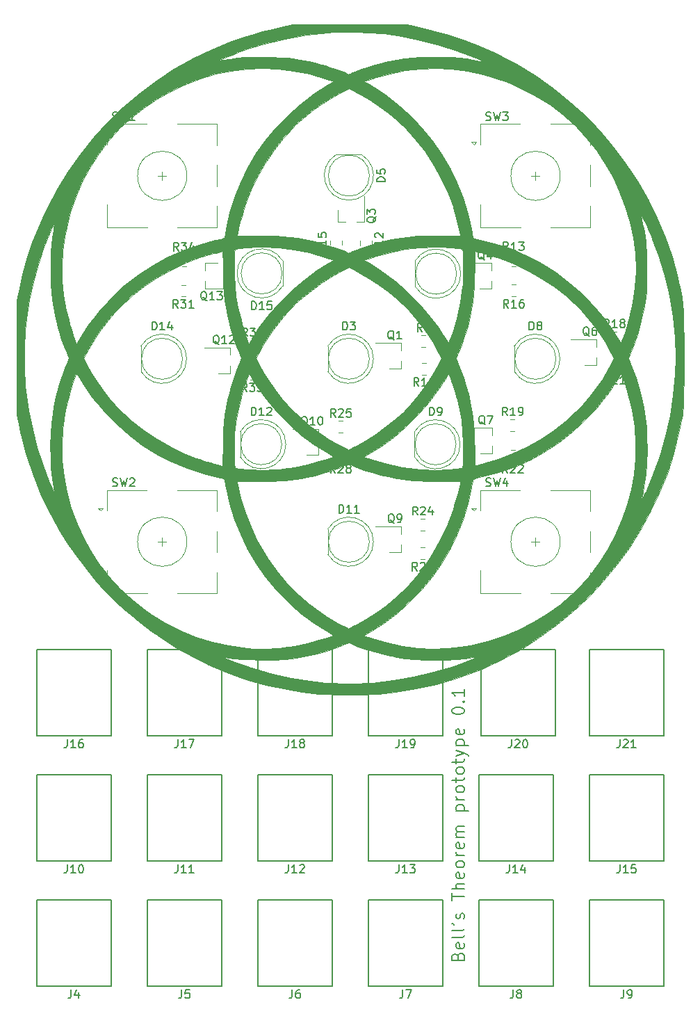
<source format=gbr>
G04 #@! TF.GenerationSoftware,KiCad,Pcbnew,(5.1.5-0)*
G04 #@! TF.CreationDate,2020-10-12T11:47:50-05:00*
G04 #@! TF.ProjectId,bells-venn,62656c6c-732d-4766-956e-6e2e6b696361,rev?*
G04 #@! TF.SameCoordinates,Original*
G04 #@! TF.FileFunction,Legend,Top*
G04 #@! TF.FilePolarity,Positive*
%FSLAX46Y46*%
G04 Gerber Fmt 4.6, Leading zero omitted, Abs format (unit mm)*
G04 Created by KiCad (PCBNEW (5.1.5-0)) date 2020-10-12 11:47:50*
%MOMM*%
%LPD*%
G04 APERTURE LIST*
%ADD10C,0.150000*%
%ADD11C,0.010000*%
%ADD12C,0.120000*%
G04 APERTURE END LIST*
D10*
X163848142Y-131154714D02*
X163920714Y-130937000D01*
X163993285Y-130864428D01*
X164138428Y-130791857D01*
X164356142Y-130791857D01*
X164501285Y-130864428D01*
X164573857Y-130937000D01*
X164646428Y-131082142D01*
X164646428Y-131662714D01*
X163122428Y-131662714D01*
X163122428Y-131154714D01*
X163195000Y-131009571D01*
X163267571Y-130937000D01*
X163412714Y-130864428D01*
X163557857Y-130864428D01*
X163703000Y-130937000D01*
X163775571Y-131009571D01*
X163848142Y-131154714D01*
X163848142Y-131662714D01*
X164573857Y-129558142D02*
X164646428Y-129703285D01*
X164646428Y-129993571D01*
X164573857Y-130138714D01*
X164428714Y-130211285D01*
X163848142Y-130211285D01*
X163703000Y-130138714D01*
X163630428Y-129993571D01*
X163630428Y-129703285D01*
X163703000Y-129558142D01*
X163848142Y-129485571D01*
X163993285Y-129485571D01*
X164138428Y-130211285D01*
X164646428Y-128614714D02*
X164573857Y-128759857D01*
X164428714Y-128832428D01*
X163122428Y-128832428D01*
X164646428Y-127816428D02*
X164573857Y-127961571D01*
X164428714Y-128034142D01*
X163122428Y-128034142D01*
X163122428Y-127163285D02*
X163195000Y-127163285D01*
X163340142Y-127235857D01*
X163412714Y-127308428D01*
X164573857Y-126582714D02*
X164646428Y-126437571D01*
X164646428Y-126147285D01*
X164573857Y-126002142D01*
X164428714Y-125929571D01*
X164356142Y-125929571D01*
X164211000Y-126002142D01*
X164138428Y-126147285D01*
X164138428Y-126365000D01*
X164065857Y-126510142D01*
X163920714Y-126582714D01*
X163848142Y-126582714D01*
X163703000Y-126510142D01*
X163630428Y-126365000D01*
X163630428Y-126147285D01*
X163703000Y-126002142D01*
X163122428Y-124333000D02*
X163122428Y-123462142D01*
X164646428Y-123897571D02*
X163122428Y-123897571D01*
X164646428Y-122954142D02*
X163122428Y-122954142D01*
X164646428Y-122301000D02*
X163848142Y-122301000D01*
X163703000Y-122373571D01*
X163630428Y-122518714D01*
X163630428Y-122736428D01*
X163703000Y-122881571D01*
X163775571Y-122954142D01*
X164573857Y-120994714D02*
X164646428Y-121139857D01*
X164646428Y-121430142D01*
X164573857Y-121575285D01*
X164428714Y-121647857D01*
X163848142Y-121647857D01*
X163703000Y-121575285D01*
X163630428Y-121430142D01*
X163630428Y-121139857D01*
X163703000Y-120994714D01*
X163848142Y-120922142D01*
X163993285Y-120922142D01*
X164138428Y-121647857D01*
X164646428Y-120051285D02*
X164573857Y-120196428D01*
X164501285Y-120269000D01*
X164356142Y-120341571D01*
X163920714Y-120341571D01*
X163775571Y-120269000D01*
X163703000Y-120196428D01*
X163630428Y-120051285D01*
X163630428Y-119833571D01*
X163703000Y-119688428D01*
X163775571Y-119615857D01*
X163920714Y-119543285D01*
X164356142Y-119543285D01*
X164501285Y-119615857D01*
X164573857Y-119688428D01*
X164646428Y-119833571D01*
X164646428Y-120051285D01*
X164646428Y-118890142D02*
X163630428Y-118890142D01*
X163920714Y-118890142D02*
X163775571Y-118817571D01*
X163703000Y-118745000D01*
X163630428Y-118599857D01*
X163630428Y-118454714D01*
X164573857Y-117366142D02*
X164646428Y-117511285D01*
X164646428Y-117801571D01*
X164573857Y-117946714D01*
X164428714Y-118019285D01*
X163848142Y-118019285D01*
X163703000Y-117946714D01*
X163630428Y-117801571D01*
X163630428Y-117511285D01*
X163703000Y-117366142D01*
X163848142Y-117293571D01*
X163993285Y-117293571D01*
X164138428Y-118019285D01*
X164646428Y-116640428D02*
X163630428Y-116640428D01*
X163775571Y-116640428D02*
X163703000Y-116567857D01*
X163630428Y-116422714D01*
X163630428Y-116205000D01*
X163703000Y-116059857D01*
X163848142Y-115987285D01*
X164646428Y-115987285D01*
X163848142Y-115987285D02*
X163703000Y-115914714D01*
X163630428Y-115769571D01*
X163630428Y-115551857D01*
X163703000Y-115406714D01*
X163848142Y-115334142D01*
X164646428Y-115334142D01*
X163630428Y-113447285D02*
X165154428Y-113447285D01*
X163703000Y-113447285D02*
X163630428Y-113302142D01*
X163630428Y-113011857D01*
X163703000Y-112866714D01*
X163775571Y-112794142D01*
X163920714Y-112721571D01*
X164356142Y-112721571D01*
X164501285Y-112794142D01*
X164573857Y-112866714D01*
X164646428Y-113011857D01*
X164646428Y-113302142D01*
X164573857Y-113447285D01*
X164646428Y-112068428D02*
X163630428Y-112068428D01*
X163920714Y-112068428D02*
X163775571Y-111995857D01*
X163703000Y-111923285D01*
X163630428Y-111778142D01*
X163630428Y-111633000D01*
X164646428Y-110907285D02*
X164573857Y-111052428D01*
X164501285Y-111125000D01*
X164356142Y-111197571D01*
X163920714Y-111197571D01*
X163775571Y-111125000D01*
X163703000Y-111052428D01*
X163630428Y-110907285D01*
X163630428Y-110689571D01*
X163703000Y-110544428D01*
X163775571Y-110471857D01*
X163920714Y-110399285D01*
X164356142Y-110399285D01*
X164501285Y-110471857D01*
X164573857Y-110544428D01*
X164646428Y-110689571D01*
X164646428Y-110907285D01*
X163630428Y-109963857D02*
X163630428Y-109383285D01*
X163122428Y-109746142D02*
X164428714Y-109746142D01*
X164573857Y-109673571D01*
X164646428Y-109528428D01*
X164646428Y-109383285D01*
X164646428Y-108657571D02*
X164573857Y-108802714D01*
X164501285Y-108875285D01*
X164356142Y-108947857D01*
X163920714Y-108947857D01*
X163775571Y-108875285D01*
X163703000Y-108802714D01*
X163630428Y-108657571D01*
X163630428Y-108439857D01*
X163703000Y-108294714D01*
X163775571Y-108222142D01*
X163920714Y-108149571D01*
X164356142Y-108149571D01*
X164501285Y-108222142D01*
X164573857Y-108294714D01*
X164646428Y-108439857D01*
X164646428Y-108657571D01*
X163630428Y-107714142D02*
X163630428Y-107133571D01*
X163122428Y-107496428D02*
X164428714Y-107496428D01*
X164573857Y-107423857D01*
X164646428Y-107278714D01*
X164646428Y-107133571D01*
X163630428Y-106770714D02*
X164646428Y-106407857D01*
X163630428Y-106045000D02*
X164646428Y-106407857D01*
X165009285Y-106553000D01*
X165081857Y-106625571D01*
X165154428Y-106770714D01*
X163630428Y-105464428D02*
X165154428Y-105464428D01*
X163703000Y-105464428D02*
X163630428Y-105319285D01*
X163630428Y-105029000D01*
X163703000Y-104883857D01*
X163775571Y-104811285D01*
X163920714Y-104738714D01*
X164356142Y-104738714D01*
X164501285Y-104811285D01*
X164573857Y-104883857D01*
X164646428Y-105029000D01*
X164646428Y-105319285D01*
X164573857Y-105464428D01*
X164573857Y-103505000D02*
X164646428Y-103650142D01*
X164646428Y-103940428D01*
X164573857Y-104085571D01*
X164428714Y-104158142D01*
X163848142Y-104158142D01*
X163703000Y-104085571D01*
X163630428Y-103940428D01*
X163630428Y-103650142D01*
X163703000Y-103505000D01*
X163848142Y-103432428D01*
X163993285Y-103432428D01*
X164138428Y-104158142D01*
X163122428Y-101327857D02*
X163122428Y-101182714D01*
X163195000Y-101037571D01*
X163267571Y-100965000D01*
X163412714Y-100892428D01*
X163703000Y-100819857D01*
X164065857Y-100819857D01*
X164356142Y-100892428D01*
X164501285Y-100965000D01*
X164573857Y-101037571D01*
X164646428Y-101182714D01*
X164646428Y-101327857D01*
X164573857Y-101473000D01*
X164501285Y-101545571D01*
X164356142Y-101618142D01*
X164065857Y-101690714D01*
X163703000Y-101690714D01*
X163412714Y-101618142D01*
X163267571Y-101545571D01*
X163195000Y-101473000D01*
X163122428Y-101327857D01*
X164501285Y-100166714D02*
X164573857Y-100094142D01*
X164646428Y-100166714D01*
X164573857Y-100239285D01*
X164501285Y-100166714D01*
X164646428Y-100166714D01*
X164646428Y-98642714D02*
X164646428Y-99513571D01*
X164646428Y-99078142D02*
X163122428Y-99078142D01*
X163340142Y-99223285D01*
X163485285Y-99368428D01*
X163557857Y-99513571D01*
D11*
G36*
X158766933Y-17958073D02*
G01*
X160776271Y-18416308D01*
X162667088Y-18935862D01*
X164483766Y-19531846D01*
X166270690Y-20219370D01*
X168072244Y-21013543D01*
X168884600Y-21402421D01*
X171171666Y-22615005D01*
X173366815Y-23965353D01*
X175464750Y-25446751D01*
X177460172Y-27052484D01*
X179347785Y-28775840D01*
X181122292Y-30610104D01*
X182778395Y-32548563D01*
X184310797Y-34584502D01*
X185714202Y-36711208D01*
X186983312Y-38921966D01*
X188112829Y-41210064D01*
X189097458Y-43568787D01*
X189931900Y-45991421D01*
X190610858Y-48471252D01*
X190762928Y-49132066D01*
X190874120Y-49634853D01*
X190970675Y-50078530D01*
X191053626Y-50478813D01*
X191124004Y-50851416D01*
X191182842Y-51212055D01*
X191231172Y-51576445D01*
X191270026Y-51960302D01*
X191300438Y-52379339D01*
X191323439Y-52849272D01*
X191340061Y-53385817D01*
X191351337Y-54004688D01*
X191358299Y-54721600D01*
X191361980Y-55552268D01*
X191363411Y-56512409D01*
X191363626Y-57617736D01*
X191363600Y-58276066D01*
X191363612Y-59465764D01*
X191362962Y-60501843D01*
X191360616Y-61400020D01*
X191355543Y-62176009D01*
X191346709Y-62845526D01*
X191333084Y-63424285D01*
X191313634Y-63928001D01*
X191287326Y-64372391D01*
X191253130Y-64773167D01*
X191210012Y-65146047D01*
X191156940Y-65506745D01*
X191092881Y-65870976D01*
X191016804Y-66254455D01*
X190927677Y-66672896D01*
X190824466Y-67142017D01*
X190762928Y-67420066D01*
X190125814Y-69912819D01*
X189330776Y-72352542D01*
X188382831Y-74732294D01*
X187286995Y-77045134D01*
X186048286Y-79284121D01*
X184671720Y-81442315D01*
X183162313Y-83512775D01*
X181525083Y-85488560D01*
X179765045Y-87362730D01*
X177887217Y-89128343D01*
X175896614Y-90778459D01*
X173798255Y-92306138D01*
X171892616Y-93527998D01*
X171167903Y-93947711D01*
X170332166Y-94402959D01*
X169428910Y-94872028D01*
X168501639Y-95333202D01*
X167593858Y-95764767D01*
X166749071Y-96145008D01*
X166125021Y-96406831D01*
X163733044Y-97278232D01*
X161268048Y-98003669D01*
X158750616Y-98578288D01*
X156201333Y-98997235D01*
X154237266Y-99210047D01*
X153841422Y-99234124D01*
X153305970Y-99253310D01*
X152660562Y-99267642D01*
X151934852Y-99277155D01*
X151158492Y-99281884D01*
X150361136Y-99281867D01*
X149572437Y-99277138D01*
X148822048Y-99267734D01*
X148139621Y-99253691D01*
X147554811Y-99235044D01*
X147097270Y-99211830D01*
X146955933Y-99201222D01*
X144813611Y-98954392D01*
X142626580Y-98581725D01*
X140449450Y-98094532D01*
X138336831Y-97504126D01*
X137565844Y-97256242D01*
X135549972Y-96518288D01*
X133529027Y-95653222D01*
X131693566Y-94754771D01*
X135341006Y-94754771D01*
X135399753Y-94797968D01*
X135594049Y-94886973D01*
X135899292Y-95012592D01*
X136290878Y-95165630D01*
X136744207Y-95336893D01*
X137234674Y-95517185D01*
X137737678Y-95697313D01*
X138228616Y-95868081D01*
X138682885Y-96020296D01*
X138988250Y-96117845D01*
X141244475Y-96749236D01*
X143541929Y-97258565D01*
X145836362Y-97637069D01*
X147717933Y-97846556D01*
X148210818Y-97878286D01*
X148832913Y-97902221D01*
X149545725Y-97918302D01*
X150310760Y-97926470D01*
X151089525Y-97926667D01*
X151843527Y-97918832D01*
X152534271Y-97902908D01*
X153123264Y-97878834D01*
X153475266Y-97855380D01*
X155998224Y-97565274D01*
X158498723Y-97122491D01*
X160954762Y-96532093D01*
X163344341Y-95799147D01*
X164928144Y-95218738D01*
X165358486Y-95047261D01*
X165724573Y-94896134D01*
X166001236Y-94776180D01*
X166163308Y-94698220D01*
X166194824Y-94674069D01*
X166099659Y-94669655D01*
X165890825Y-94694671D01*
X165702137Y-94727208D01*
X164713272Y-94879777D01*
X163598718Y-94988250D01*
X162396226Y-95052814D01*
X161143549Y-95073658D01*
X159878438Y-95050967D01*
X158638643Y-94984930D01*
X157461918Y-94875734D01*
X156386013Y-94723565D01*
X156142266Y-94679783D01*
X155753891Y-94598066D01*
X166386933Y-94598066D01*
X166429266Y-94640400D01*
X166471600Y-94598066D01*
X166429266Y-94555733D01*
X166386933Y-94598066D01*
X155753891Y-94598066D01*
X155256298Y-94493369D01*
X154321452Y-94261634D01*
X153381888Y-93997650D01*
X152481770Y-93714489D01*
X151665257Y-93425225D01*
X151027678Y-93165750D01*
X150554266Y-92956384D01*
X150080854Y-93165750D01*
X149066230Y-93569866D01*
X147923746Y-93946521D01*
X146693992Y-94285553D01*
X145417557Y-94576799D01*
X144135029Y-94810097D01*
X142886997Y-94975285D01*
X142829999Y-94981189D01*
X142359327Y-95015911D01*
X141764270Y-95039099D01*
X141076410Y-95051321D01*
X140327325Y-95053147D01*
X139548597Y-95045146D01*
X138771805Y-95027886D01*
X138028531Y-95001936D01*
X137350355Y-94967866D01*
X136768856Y-94926243D01*
X136315616Y-94877638D01*
X136210364Y-94861941D01*
X135854871Y-94807175D01*
X135567687Y-94769023D01*
X135385712Y-94752034D01*
X135341006Y-94754771D01*
X131693566Y-94754771D01*
X131541662Y-94680415D01*
X129626530Y-93619238D01*
X127822281Y-92489062D01*
X127186266Y-92054286D01*
X126525538Y-91578018D01*
X125806971Y-91036725D01*
X125058744Y-90453386D01*
X124309037Y-89850981D01*
X123586028Y-89252491D01*
X122917899Y-88680895D01*
X122332828Y-88159173D01*
X121858994Y-87710305D01*
X121857247Y-87708574D01*
X120697853Y-86499829D01*
X119527640Y-85165623D01*
X118376919Y-83744759D01*
X117276001Y-82276039D01*
X116255198Y-80798265D01*
X115400068Y-79442733D01*
X114147338Y-77189088D01*
X113036469Y-74844203D01*
X112068589Y-72411008D01*
X111244827Y-69892433D01*
X110566310Y-67291409D01*
X110363273Y-66361733D01*
X110125933Y-65218733D01*
X110125933Y-58289612D01*
X111049132Y-58289612D01*
X111055865Y-59230650D01*
X111075692Y-60137341D01*
X111108611Y-60975824D01*
X111154624Y-61712236D01*
X111211856Y-62297733D01*
X111567172Y-64692195D01*
X112028045Y-66977458D01*
X112602132Y-69182485D01*
X113297086Y-71336239D01*
X114120562Y-73467684D01*
X114236967Y-73743503D01*
X114403916Y-74130400D01*
X114546792Y-74452193D01*
X114653105Y-74681458D01*
X114710365Y-74790768D01*
X114716282Y-74795939D01*
X114711554Y-74708861D01*
X114679851Y-74496531D01*
X114627478Y-74199728D01*
X114609162Y-74102835D01*
X114430649Y-72956989D01*
X114306537Y-71691978D01*
X114236798Y-70348985D01*
X114221400Y-68969192D01*
X114224128Y-68872743D01*
X115597122Y-68872743D01*
X115651678Y-70788331D01*
X115863731Y-72704562D01*
X116230688Y-74609378D01*
X116749954Y-76490719D01*
X117418934Y-78336527D01*
X118235033Y-80134741D01*
X119195658Y-81873304D01*
X119779009Y-82791235D01*
X120282508Y-83527963D01*
X120748351Y-84163667D01*
X121214702Y-84744909D01*
X121719725Y-85318247D01*
X122301586Y-85930243D01*
X122596296Y-86228289D01*
X123478696Y-87087903D01*
X124299480Y-87833268D01*
X125090577Y-88491282D01*
X125883919Y-89088842D01*
X126483500Y-89502794D01*
X128236788Y-90570150D01*
X130069762Y-91489583D01*
X131974956Y-92258353D01*
X133944906Y-92873720D01*
X135972144Y-93332944D01*
X137600266Y-93582435D01*
X138264775Y-93642843D01*
X139044380Y-93680493D01*
X139886377Y-93695357D01*
X140738062Y-93687411D01*
X141546730Y-93656627D01*
X142259677Y-93602979D01*
X142426785Y-93584823D01*
X143996517Y-93357823D01*
X145489130Y-93049166D01*
X146983382Y-92641419D01*
X147662612Y-92425813D01*
X148707958Y-92080923D01*
X152400574Y-92080923D01*
X153445920Y-92425813D01*
X155288998Y-92961405D01*
X157135182Y-93355555D01*
X158966782Y-93606209D01*
X160766109Y-93711313D01*
X162515475Y-93668811D01*
X163424118Y-93584823D01*
X165435939Y-93268669D01*
X167402808Y-92800912D01*
X169314470Y-92187005D01*
X171160670Y-91432403D01*
X172931156Y-90542559D01*
X174615672Y-89522930D01*
X176203965Y-88378968D01*
X177685780Y-87116128D01*
X179050862Y-85739865D01*
X179799222Y-84874604D01*
X181003507Y-83282520D01*
X182072506Y-81610507D01*
X183003114Y-79870069D01*
X183792228Y-78072709D01*
X184436742Y-76229930D01*
X184933554Y-74353236D01*
X185279558Y-72454130D01*
X185471651Y-70544114D01*
X185506728Y-68634693D01*
X185381686Y-66737370D01*
X185137649Y-65091733D01*
X185026617Y-64554128D01*
X184885225Y-63949470D01*
X184721852Y-63306799D01*
X184544876Y-62655154D01*
X184362674Y-62023574D01*
X184183625Y-61441100D01*
X184016107Y-60936769D01*
X183868497Y-60539622D01*
X183749172Y-60278698D01*
X183748993Y-60278378D01*
X183681123Y-60267117D01*
X183564366Y-60400549D01*
X183407199Y-60659253D01*
X182874336Y-61535199D01*
X182228218Y-62472299D01*
X181495521Y-63436353D01*
X180702923Y-64393160D01*
X179877100Y-65308522D01*
X179386123Y-65814256D01*
X177837911Y-67245579D01*
X176200695Y-68533182D01*
X174477885Y-69675240D01*
X172672891Y-70669926D01*
X170789123Y-71515412D01*
X168829992Y-72209872D01*
X166798907Y-72751480D01*
X166196545Y-72879769D01*
X165907119Y-72950527D01*
X165746960Y-73029172D01*
X165676531Y-73136918D01*
X165670076Y-73162212D01*
X165637808Y-73326420D01*
X165585535Y-73607571D01*
X165522469Y-73955814D01*
X165495218Y-74108733D01*
X165065357Y-76053113D01*
X164475905Y-77957598D01*
X163733962Y-79812090D01*
X162846629Y-81606489D01*
X161821006Y-83330697D01*
X160664193Y-84974614D01*
X159383291Y-86528142D01*
X157985400Y-87981182D01*
X156477620Y-89323635D01*
X154867051Y-90545401D01*
X153179718Y-91625329D01*
X152400574Y-92080923D01*
X148707958Y-92080923D01*
X147928815Y-91625329D01*
X146223554Y-90532880D01*
X144614058Y-89309756D01*
X143107427Y-87966054D01*
X141710762Y-86511874D01*
X140431163Y-84957315D01*
X139275730Y-83312477D01*
X138251563Y-81587456D01*
X137365763Y-79792354D01*
X136625430Y-77937268D01*
X136037665Y-76032298D01*
X135613314Y-74108733D01*
X135548469Y-73747256D01*
X135490584Y-73432117D01*
X135478663Y-73369545D01*
X136959679Y-73369545D01*
X136962911Y-73416587D01*
X136965417Y-73428792D01*
X137424788Y-75337436D01*
X137970815Y-77118245D01*
X138612781Y-78794011D01*
X139359967Y-80387519D01*
X140221654Y-81921560D01*
X140782375Y-82800271D01*
X141885451Y-84338962D01*
X143054071Y-85736065D01*
X144310289Y-87013643D01*
X145676157Y-88193762D01*
X147173730Y-89298487D01*
X147491245Y-89512495D01*
X147824103Y-89726613D01*
X148220639Y-89970730D01*
X148654348Y-90229753D01*
X149098721Y-90488586D01*
X149527253Y-90732137D01*
X149913437Y-90945311D01*
X150230765Y-91113014D01*
X150452730Y-91220152D01*
X150546583Y-91252325D01*
X150630261Y-91215778D01*
X150834671Y-91114784D01*
X151130808Y-90963970D01*
X151489671Y-90777967D01*
X151562583Y-90739839D01*
X152696154Y-90096441D01*
X153858462Y-89344727D01*
X155004229Y-88517884D01*
X156088181Y-87649096D01*
X157065043Y-86771550D01*
X157328093Y-86513901D01*
X158555428Y-85175271D01*
X159702606Y-83703686D01*
X160755621Y-82122068D01*
X161700465Y-80453341D01*
X162523128Y-78720428D01*
X163209604Y-76946252D01*
X163253502Y-76817233D01*
X163409924Y-76319008D01*
X163585408Y-75703055D01*
X163767198Y-75017964D01*
X163942537Y-74312322D01*
X164098668Y-73634719D01*
X164143115Y-73428792D01*
X164149767Y-73379203D01*
X164134348Y-73340499D01*
X164078957Y-73311656D01*
X163965695Y-73291648D01*
X163776662Y-73279452D01*
X163493956Y-73274041D01*
X163099679Y-73274391D01*
X162575929Y-73279477D01*
X161904807Y-73288273D01*
X161730977Y-73290668D01*
X160736917Y-73299012D01*
X159878918Y-73293031D01*
X159124151Y-73270672D01*
X158439788Y-73229877D01*
X157793002Y-73168590D01*
X157150964Y-73084755D01*
X156480846Y-72976316D01*
X156353933Y-72953887D01*
X155375692Y-72756712D01*
X154360240Y-72511467D01*
X153351695Y-72230971D01*
X152394176Y-71928041D01*
X151531802Y-71615495D01*
X151027678Y-71406416D01*
X150554266Y-71197051D01*
X150080854Y-71406416D01*
X149307232Y-71718221D01*
X148408809Y-72029027D01*
X147429703Y-72326016D01*
X146414033Y-72596368D01*
X145405918Y-72827268D01*
X144754600Y-72953887D01*
X144075886Y-73067001D01*
X143431196Y-73155139D01*
X142787704Y-73220357D01*
X142112581Y-73264711D01*
X141372998Y-73290257D01*
X140536129Y-73299051D01*
X139569144Y-73293149D01*
X139377556Y-73290668D01*
X138670668Y-73281176D01*
X138115196Y-73275162D01*
X137693239Y-73273653D01*
X137386897Y-73277673D01*
X137178271Y-73288247D01*
X137049459Y-73306401D01*
X136982562Y-73333158D01*
X136959679Y-73369545D01*
X135478663Y-73369545D01*
X135448869Y-73213168D01*
X135438456Y-73162212D01*
X135380507Y-73046607D01*
X135240280Y-72964101D01*
X134978235Y-72893479D01*
X134911987Y-72879769D01*
X132860661Y-72382859D01*
X130880299Y-71732565D01*
X128974311Y-70930715D01*
X127146108Y-69979136D01*
X125399099Y-68879655D01*
X123736694Y-67634098D01*
X122162303Y-66244291D01*
X121722410Y-65814256D01*
X120889503Y-64939291D01*
X120074114Y-64002745D01*
X119302920Y-63038817D01*
X118602599Y-62081707D01*
X117999827Y-61165616D01*
X117701334Y-60659253D01*
X117533754Y-60385621D01*
X117420814Y-60263092D01*
X117359539Y-60278378D01*
X117240272Y-60539037D01*
X117092704Y-60935971D01*
X116925213Y-61440138D01*
X116746177Y-62022501D01*
X116563974Y-62654020D01*
X116386981Y-63305655D01*
X116223577Y-63948368D01*
X116082140Y-64553117D01*
X115971046Y-65090866D01*
X115970883Y-65091733D01*
X115702659Y-66969857D01*
X115597122Y-68872743D01*
X114224128Y-68872743D01*
X114260315Y-67593781D01*
X114353512Y-66263934D01*
X114500963Y-65020834D01*
X114616216Y-64329733D01*
X114890511Y-63065105D01*
X115238786Y-61768287D01*
X115642571Y-60500872D01*
X116083397Y-59324453D01*
X116203094Y-59038066D01*
X116493157Y-58360733D01*
X116492299Y-58358729D01*
X118218055Y-58358729D01*
X118645507Y-59164064D01*
X119222879Y-60168927D01*
X119907725Y-61222317D01*
X120666537Y-62278959D01*
X121465809Y-63293578D01*
X122272036Y-64220900D01*
X122782098Y-64753559D01*
X124072068Y-65937339D01*
X125496644Y-67053755D01*
X127028971Y-68086477D01*
X128642197Y-69019178D01*
X130309468Y-69835529D01*
X132003931Y-70519204D01*
X132604933Y-70726257D01*
X132900379Y-70818903D01*
X133278348Y-70930996D01*
X133701460Y-71052207D01*
X134132333Y-71172205D01*
X134533585Y-71280659D01*
X134867837Y-71367238D01*
X135097706Y-71421614D01*
X135166100Y-71434050D01*
X135183366Y-71355296D01*
X135198847Y-71129660D01*
X135211873Y-70779587D01*
X135221776Y-70327523D01*
X135227887Y-69795917D01*
X135229600Y-69303381D01*
X135234885Y-68791500D01*
X136597104Y-68791500D01*
X136604466Y-69941500D01*
X136620354Y-70457698D01*
X136639088Y-70914784D01*
X136659198Y-71286229D01*
X136679215Y-71545504D01*
X136697668Y-71666081D01*
X136700269Y-71670625D01*
X136825264Y-71716842D01*
X137092026Y-71764091D01*
X137473020Y-71810075D01*
X137940712Y-71852494D01*
X138467568Y-71889049D01*
X139026055Y-71917440D01*
X139588638Y-71935369D01*
X139929118Y-71940234D01*
X140519721Y-71935343D01*
X141149880Y-71915325D01*
X141757124Y-71883051D01*
X142278980Y-71841391D01*
X142426785Y-71825489D01*
X143996517Y-71598490D01*
X145489130Y-71289833D01*
X146983382Y-70882086D01*
X147662612Y-70666480D01*
X148707958Y-70321590D01*
X152400574Y-70321590D01*
X153445920Y-70666480D01*
X155271155Y-71201870D01*
X157088596Y-71596733D01*
X158597600Y-71823101D01*
X159202656Y-71878202D01*
X159925844Y-71914531D01*
X160717000Y-71932002D01*
X161525954Y-71930529D01*
X162302542Y-71910024D01*
X162996597Y-71870401D01*
X163404979Y-71831418D01*
X163789587Y-71782404D01*
X164109446Y-71734702D01*
X164328711Y-71694115D01*
X164410222Y-71668666D01*
X164427702Y-71572361D01*
X164447045Y-71333244D01*
X164466813Y-70977803D01*
X164485565Y-70532525D01*
X164501863Y-70023901D01*
X164504066Y-69941500D01*
X164506227Y-68535217D01*
X164432297Y-67205873D01*
X164275929Y-65897501D01*
X164030773Y-64554130D01*
X163761865Y-63398400D01*
X163658127Y-63012178D01*
X163525875Y-62557043D01*
X163376024Y-62066702D01*
X163219487Y-61574864D01*
X163067179Y-61115236D01*
X162930014Y-60721526D01*
X162818906Y-60427443D01*
X162751660Y-60278378D01*
X162683789Y-60267117D01*
X162567033Y-60400549D01*
X162409865Y-60659253D01*
X162251734Y-60925318D01*
X162026574Y-61283231D01*
X161764427Y-61686088D01*
X161495964Y-62086066D01*
X160316693Y-63672350D01*
X159003656Y-65181453D01*
X157576379Y-66595109D01*
X156054388Y-67895048D01*
X154457212Y-69063003D01*
X153179718Y-69865996D01*
X152400574Y-70321590D01*
X148707958Y-70321590D01*
X147928815Y-69865996D01*
X146286789Y-68812930D01*
X144704811Y-67613718D01*
X143202407Y-66286628D01*
X141799106Y-64849928D01*
X140514433Y-63321885D01*
X139612569Y-62086066D01*
X139343456Y-61685105D01*
X139081361Y-61282299D01*
X138856326Y-60924551D01*
X138698667Y-60659253D01*
X138531088Y-60385621D01*
X138418147Y-60263092D01*
X138356873Y-60278378D01*
X138277504Y-60457682D01*
X138162533Y-60766097D01*
X138022872Y-61169915D01*
X137869436Y-61635426D01*
X137713139Y-62128925D01*
X137564895Y-62616701D01*
X137435618Y-63065048D01*
X137346667Y-63398400D01*
X137024707Y-64811406D01*
X136796692Y-66143945D01*
X136656274Y-67451987D01*
X136597104Y-68791500D01*
X135234885Y-68791500D01*
X135241563Y-68144774D01*
X135280570Y-67113205D01*
X135351296Y-66167861D01*
X135458414Y-65267930D01*
X135606600Y-64372600D01*
X135800528Y-63441059D01*
X135993232Y-62636400D01*
X136225801Y-61791566D01*
X136511264Y-60884360D01*
X136825375Y-59987052D01*
X137143889Y-59171910D01*
X137200427Y-59038066D01*
X137489631Y-58362737D01*
X139215388Y-58362737D01*
X139643139Y-59166068D01*
X140228912Y-60182939D01*
X140921900Y-61246539D01*
X141688400Y-62311333D01*
X142494712Y-63331787D01*
X143307132Y-64262365D01*
X143779432Y-64754567D01*
X144720772Y-65631959D01*
X145782935Y-66510282D01*
X146920858Y-67356480D01*
X148089474Y-68137496D01*
X149243721Y-68820276D01*
X149538266Y-68978869D01*
X149904102Y-69170288D01*
X150212710Y-69329451D01*
X150435005Y-69441526D01*
X150541902Y-69491685D01*
X150546583Y-69492991D01*
X150630261Y-69456445D01*
X150834671Y-69355450D01*
X151130808Y-69204637D01*
X151489671Y-69018634D01*
X151562583Y-68980506D01*
X152701758Y-68333700D01*
X153869832Y-67577598D01*
X155021139Y-66745666D01*
X156110015Y-65871367D01*
X157090795Y-64988168D01*
X157329101Y-64754567D01*
X158129169Y-63899044D01*
X158943175Y-62926561D01*
X159737417Y-61882654D01*
X160478191Y-60812856D01*
X161131797Y-59762703D01*
X161465394Y-59166068D01*
X161893144Y-58362737D01*
X161892081Y-58360733D01*
X163618042Y-58360733D01*
X163908105Y-59038066D01*
X164224813Y-59830483D01*
X164541530Y-60718218D01*
X164834010Y-61629002D01*
X165078009Y-62490565D01*
X165115300Y-62636400D01*
X165348968Y-63624387D01*
X165533339Y-64543356D01*
X165673067Y-65433966D01*
X165772804Y-66336873D01*
X165837204Y-67292737D01*
X165870919Y-68342215D01*
X165878933Y-69309086D01*
X165879599Y-69966795D01*
X165882484Y-70473998D01*
X165888916Y-70849523D01*
X165900222Y-71112193D01*
X165917732Y-71280836D01*
X165942774Y-71374277D01*
X165976675Y-71411342D01*
X166020764Y-71410857D01*
X166027100Y-71409081D01*
X166168979Y-71370535D01*
X166432431Y-71302014D01*
X166774738Y-71214554D01*
X167021933Y-71152110D01*
X168755949Y-70637006D01*
X170487858Y-69969640D01*
X172192280Y-69164380D01*
X173843832Y-68235592D01*
X175417133Y-67197642D01*
X176886800Y-66064897D01*
X178227452Y-64851723D01*
X178326434Y-64753559D01*
X179121498Y-63904433D01*
X179931268Y-62938126D01*
X180722308Y-61899804D01*
X181461183Y-60834634D01*
X182114458Y-59787782D01*
X182462727Y-59166068D01*
X182890477Y-58362737D01*
X182889414Y-58360733D01*
X184615376Y-58360733D01*
X184905587Y-59038066D01*
X185544995Y-60714300D01*
X186073880Y-62491331D01*
X186483155Y-64334365D01*
X186752023Y-66107214D01*
X186804285Y-66690434D01*
X186842352Y-67402673D01*
X186866245Y-68204215D01*
X186875991Y-69055345D01*
X186871611Y-69916346D01*
X186853132Y-70747503D01*
X186820576Y-71509100D01*
X186773967Y-72161421D01*
X186748208Y-72410507D01*
X186687245Y-72872908D01*
X186605344Y-73411444D01*
X186510003Y-73984016D01*
X186408719Y-74548521D01*
X186308990Y-75062860D01*
X186218312Y-75484931D01*
X186157679Y-75726608D01*
X186152225Y-75784498D01*
X186204046Y-75707479D01*
X186303636Y-75516251D01*
X186441487Y-75231513D01*
X186608092Y-74873963D01*
X186793944Y-74464302D01*
X186989536Y-74023229D01*
X187185361Y-73571442D01*
X187371913Y-73129642D01*
X187539683Y-72718528D01*
X187542393Y-72711733D01*
X188418846Y-70290932D01*
X189133490Y-67832733D01*
X189684759Y-65345190D01*
X190071090Y-62836357D01*
X190290919Y-60314290D01*
X190345852Y-58276066D01*
X190261432Y-55748411D01*
X190009155Y-53227757D01*
X189590496Y-50721702D01*
X189006930Y-48237846D01*
X188259933Y-45783784D01*
X187542990Y-43840400D01*
X187380971Y-43443574D01*
X187196187Y-43007153D01*
X186998301Y-42552091D01*
X186796976Y-42099342D01*
X186601875Y-41669863D01*
X186422662Y-41284607D01*
X186268999Y-40964530D01*
X186150549Y-40730587D01*
X186076974Y-40603733D01*
X186057939Y-40604923D01*
X186064541Y-40634256D01*
X186147793Y-40974146D01*
X186250160Y-41432223D01*
X186361673Y-41959860D01*
X186472360Y-42508426D01*
X186572253Y-43029294D01*
X186651380Y-43473834D01*
X186669794Y-43586400D01*
X186722218Y-44016722D01*
X186767486Y-44584039D01*
X186804999Y-45256138D01*
X186834158Y-46000807D01*
X186854365Y-46785834D01*
X186865021Y-47579006D01*
X186865528Y-48348112D01*
X186855287Y-49060940D01*
X186833700Y-49685276D01*
X186800167Y-50188910D01*
X186793722Y-50255465D01*
X186552325Y-52004762D01*
X186189962Y-53757161D01*
X185717974Y-55468053D01*
X185147700Y-57092830D01*
X184905439Y-57683400D01*
X184615376Y-58360733D01*
X182889414Y-58360733D01*
X182463026Y-57557401D01*
X181885653Y-56552538D01*
X181200808Y-55499149D01*
X180441996Y-54442507D01*
X179642723Y-53427888D01*
X178836496Y-52500566D01*
X178326434Y-51967906D01*
X176996978Y-50749030D01*
X175536515Y-49609455D01*
X173970428Y-48563549D01*
X172324097Y-47625677D01*
X170622906Y-46810205D01*
X168892236Y-46131502D01*
X167157467Y-45603932D01*
X167021933Y-45569356D01*
X166651074Y-45475459D01*
X166331006Y-45393253D01*
X166104448Y-45333772D01*
X166027100Y-45312384D01*
X165981634Y-45308508D01*
X165946524Y-45339813D01*
X165920441Y-45425126D01*
X165902057Y-45583271D01*
X165890043Y-45833076D01*
X165883071Y-46193366D01*
X165879813Y-46682966D01*
X165878940Y-47320703D01*
X165878933Y-47412379D01*
X165867064Y-48569908D01*
X165828357Y-49600220D01*
X165758157Y-50543976D01*
X165651812Y-51441832D01*
X165504669Y-52334448D01*
X165312074Y-53262481D01*
X165115300Y-54085066D01*
X164883200Y-54928464D01*
X164598543Y-55833649D01*
X164285426Y-56728787D01*
X163967947Y-57542042D01*
X163908254Y-57683400D01*
X163618042Y-58360733D01*
X161892081Y-58360733D01*
X161465692Y-57557401D01*
X160888240Y-56552413D01*
X160203186Y-55498753D01*
X159443917Y-54441544D01*
X158643817Y-53425903D01*
X157836273Y-52496952D01*
X157329101Y-51966898D01*
X156376966Y-51079806D01*
X155304016Y-50193871D01*
X154155694Y-49342376D01*
X152977441Y-48558601D01*
X151814702Y-47875825D01*
X151549100Y-47733878D01*
X150554266Y-47212902D01*
X149559433Y-47733878D01*
X148406913Y-48388142D01*
X147228219Y-49151213D01*
X146068796Y-49989811D01*
X144974086Y-50870654D01*
X143989532Y-51760463D01*
X143779432Y-51966898D01*
X142984717Y-52816360D01*
X142176000Y-53781495D01*
X141386667Y-54817184D01*
X140650104Y-55878306D01*
X139999695Y-56919743D01*
X139642840Y-57557401D01*
X139215388Y-58362737D01*
X137489631Y-58362737D01*
X137490490Y-58360733D01*
X137200279Y-57683400D01*
X136884729Y-56894194D01*
X136568896Y-56009255D01*
X136276876Y-55100417D01*
X136032766Y-54239515D01*
X135993232Y-54085066D01*
X135759564Y-53097079D01*
X135575193Y-52178109D01*
X135435466Y-51287500D01*
X135335729Y-50384593D01*
X135271329Y-49428729D01*
X135237613Y-48379251D01*
X135236014Y-48186249D01*
X136602305Y-48186249D01*
X136676235Y-49515592D01*
X136832603Y-50823965D01*
X137077760Y-52167336D01*
X137346667Y-53323066D01*
X137448393Y-53703177D01*
X137575360Y-54142222D01*
X137718459Y-54612519D01*
X137868579Y-55086386D01*
X138016608Y-55536141D01*
X138153436Y-55934102D01*
X138269951Y-56252587D01*
X138357043Y-56463913D01*
X138405576Y-56540400D01*
X138456322Y-56472643D01*
X138564789Y-56295240D01*
X138703547Y-56053566D01*
X138859569Y-55791206D01*
X139082849Y-55436542D01*
X139343604Y-55036038D01*
X139612050Y-54636159D01*
X139612569Y-54635400D01*
X140791839Y-53049116D01*
X142104876Y-51540012D01*
X143532154Y-50126357D01*
X145054144Y-48826418D01*
X146651320Y-47658463D01*
X147928815Y-46855470D01*
X148707958Y-46399876D01*
X152400574Y-46399876D01*
X153179718Y-46855470D01*
X154821743Y-47908536D01*
X156403721Y-49107748D01*
X157906125Y-50434838D01*
X159309427Y-51871538D01*
X160594099Y-53399580D01*
X161495964Y-54635400D01*
X161765076Y-55036361D01*
X162027171Y-55439167D01*
X162252206Y-55796915D01*
X162409865Y-56062213D01*
X162577445Y-56335845D01*
X162690385Y-56458374D01*
X162751660Y-56443088D01*
X162802649Y-56322415D01*
X162895267Y-56076249D01*
X163016736Y-55739451D01*
X163154273Y-55346880D01*
X163166105Y-55312608D01*
X163720035Y-53475514D01*
X164143842Y-51565746D01*
X164427256Y-49630251D01*
X164443953Y-49471834D01*
X164469103Y-49136677D01*
X164487793Y-48706030D01*
X164500230Y-48207280D01*
X164506624Y-47667815D01*
X164507184Y-47115023D01*
X164502118Y-46576291D01*
X164491637Y-46079005D01*
X164475948Y-45650554D01*
X164455261Y-45318325D01*
X164429786Y-45109706D01*
X164410222Y-45052800D01*
X164288174Y-45008701D01*
X164025643Y-44962438D01*
X163651418Y-44916425D01*
X163194289Y-44873078D01*
X162683043Y-44834812D01*
X162146470Y-44804044D01*
X161613358Y-44783188D01*
X161112496Y-44774660D01*
X161094747Y-44774612D01*
X159255532Y-44845963D01*
X157414299Y-45069673D01*
X155554709Y-45448477D01*
X153660421Y-45985111D01*
X153445920Y-46054986D01*
X152400574Y-46399876D01*
X148707958Y-46399876D01*
X147662612Y-46054986D01*
X145763434Y-45500549D01*
X143900778Y-45104247D01*
X142058305Y-44863346D01*
X140219675Y-44775109D01*
X140013785Y-44774612D01*
X139514690Y-44782631D01*
X138982267Y-44803069D01*
X138445304Y-44833510D01*
X137932591Y-44871538D01*
X137472917Y-44914738D01*
X137095069Y-44960695D01*
X136827837Y-45006993D01*
X136700010Y-45051216D01*
X136698311Y-45052800D01*
X136680830Y-45149104D01*
X136661487Y-45388222D01*
X136641720Y-45743663D01*
X136622967Y-46188940D01*
X136606670Y-46697565D01*
X136604466Y-46779965D01*
X136602305Y-48186249D01*
X135236014Y-48186249D01*
X135229600Y-47412379D01*
X135228933Y-46754671D01*
X135226048Y-46247467D01*
X135219617Y-45871943D01*
X135208310Y-45609272D01*
X135190800Y-45440629D01*
X135165759Y-45347188D01*
X135131858Y-45310123D01*
X135087768Y-45310609D01*
X135081433Y-45312384D01*
X134939554Y-45350931D01*
X134676101Y-45419451D01*
X134333794Y-45506912D01*
X134086600Y-45569356D01*
X132352584Y-46084460D01*
X130620674Y-46751825D01*
X128916252Y-47557085D01*
X127264700Y-48485874D01*
X125691400Y-49523824D01*
X124221733Y-50656569D01*
X122881080Y-51869742D01*
X122782098Y-51967906D01*
X121987034Y-52817033D01*
X121177264Y-53783340D01*
X120386224Y-54821661D01*
X119647349Y-55886831D01*
X118994074Y-56933684D01*
X118645805Y-57555398D01*
X118218055Y-58358729D01*
X116492299Y-58358729D01*
X116202945Y-57683400D01*
X115887396Y-56894194D01*
X115571563Y-56009255D01*
X115279543Y-55100417D01*
X115035433Y-54239515D01*
X114995899Y-54085066D01*
X114755700Y-53066364D01*
X114567521Y-52117615D01*
X114426434Y-51196200D01*
X114327511Y-50259500D01*
X114265825Y-49264896D01*
X114236445Y-48169768D01*
X114232266Y-47481066D01*
X114236348Y-47085328D01*
X115585424Y-47085328D01*
X115626831Y-48859029D01*
X115816666Y-50653423D01*
X116154926Y-52493441D01*
X116350565Y-53323066D01*
X116451545Y-53701849D01*
X116577912Y-54139964D01*
X116720554Y-54609702D01*
X116870364Y-55083351D01*
X117018232Y-55533201D01*
X117155047Y-55931541D01*
X117271699Y-56250661D01*
X117359081Y-56462849D01*
X117408080Y-56540396D01*
X117408242Y-56540400D01*
X117458988Y-56472643D01*
X117567455Y-56295240D01*
X117706214Y-56053566D01*
X118232151Y-55188897D01*
X118870848Y-54262030D01*
X119595739Y-53307008D01*
X120380259Y-52357872D01*
X121197840Y-51448664D01*
X121722410Y-50907210D01*
X123270622Y-49475887D01*
X124907838Y-48188283D01*
X126630648Y-47046225D01*
X128435642Y-46051540D01*
X130319409Y-45206054D01*
X132278540Y-44511593D01*
X134309625Y-43969986D01*
X134911987Y-43841696D01*
X135201414Y-43770939D01*
X135361572Y-43692294D01*
X135432002Y-43584548D01*
X135438456Y-43559253D01*
X135470725Y-43395046D01*
X135480538Y-43342263D01*
X136958765Y-43342263D01*
X136974184Y-43380967D01*
X137029575Y-43409810D01*
X137142837Y-43429817D01*
X137331871Y-43442014D01*
X137614576Y-43447425D01*
X138008854Y-43447075D01*
X138532603Y-43441989D01*
X139203725Y-43433193D01*
X139377556Y-43430797D01*
X140557740Y-43424571D01*
X141604449Y-43443019D01*
X142552216Y-43489693D01*
X143435577Y-43568142D01*
X144289064Y-43681917D01*
X145147214Y-43834569D01*
X146044559Y-44029648D01*
X146659600Y-44179467D01*
X147174072Y-44318386D01*
X147740171Y-44486807D01*
X148327430Y-44674105D01*
X148905386Y-44869653D01*
X149443572Y-45062827D01*
X149911522Y-45243000D01*
X150278772Y-45399546D01*
X150514856Y-45521840D01*
X150522564Y-45526796D01*
X150598797Y-45499121D01*
X150787022Y-45420086D01*
X151017143Y-45319708D01*
X151802834Y-45003002D01*
X152713089Y-44688250D01*
X153703493Y-44388372D01*
X154729631Y-44116283D01*
X155747089Y-43884902D01*
X156353933Y-43767579D01*
X157032647Y-43654465D01*
X157677336Y-43566326D01*
X158320828Y-43501109D01*
X158995951Y-43456755D01*
X159735534Y-43431209D01*
X160572404Y-43422415D01*
X161539389Y-43428317D01*
X161730977Y-43430797D01*
X162437864Y-43440290D01*
X162993336Y-43446304D01*
X163415293Y-43447813D01*
X163721635Y-43443793D01*
X163930262Y-43433219D01*
X164059073Y-43415065D01*
X164125971Y-43388307D01*
X164148853Y-43351920D01*
X164145622Y-43304879D01*
X164143115Y-43292673D01*
X163995966Y-42634628D01*
X163825466Y-41932765D01*
X163644372Y-41235672D01*
X163465441Y-40591938D01*
X163301430Y-40050152D01*
X163253502Y-39904233D01*
X162577396Y-38127966D01*
X161764091Y-36391308D01*
X160827596Y-34717182D01*
X159781919Y-33128510D01*
X158641066Y-31648217D01*
X157419047Y-30299225D01*
X157328093Y-30207565D01*
X156383893Y-29326731D01*
X155318648Y-28445979D01*
X154177414Y-27598313D01*
X153005250Y-26816735D01*
X151847210Y-26134250D01*
X151549100Y-25974544D01*
X150554266Y-25453569D01*
X149559433Y-25974544D01*
X148412658Y-26625316D01*
X147239847Y-27383905D01*
X146086054Y-28217308D01*
X144996339Y-29092523D01*
X144015756Y-29976544D01*
X143780440Y-30207565D01*
X142553105Y-31546195D01*
X141405926Y-33017780D01*
X140352911Y-34599398D01*
X139408068Y-36268125D01*
X138585404Y-38001038D01*
X137898928Y-39775214D01*
X137855031Y-39904233D01*
X137698609Y-40402458D01*
X137523124Y-41018410D01*
X137341334Y-41703502D01*
X137165995Y-42409144D01*
X137009864Y-43086747D01*
X136965417Y-43292673D01*
X136958765Y-43342263D01*
X135480538Y-43342263D01*
X135522997Y-43113895D01*
X135586063Y-42765652D01*
X135613314Y-42612733D01*
X136043175Y-40668353D01*
X136632627Y-38763868D01*
X137374570Y-36909376D01*
X138261903Y-35114977D01*
X139287526Y-33390769D01*
X140444339Y-31746852D01*
X141725241Y-30193324D01*
X143123133Y-28740284D01*
X144630913Y-27397831D01*
X146241481Y-26176064D01*
X147928815Y-25096137D01*
X148707958Y-24640542D01*
X152400574Y-24640542D01*
X153179718Y-25096137D01*
X154884978Y-26188585D01*
X156494474Y-27411710D01*
X158001105Y-28755412D01*
X159397770Y-30209591D01*
X160677369Y-31764150D01*
X161832803Y-33408989D01*
X162856969Y-35134009D01*
X163742769Y-36929112D01*
X164483102Y-38784198D01*
X165070868Y-40689168D01*
X165495218Y-42612733D01*
X165560063Y-42974210D01*
X165617948Y-43289348D01*
X165659664Y-43508298D01*
X165670076Y-43559253D01*
X165728026Y-43674858D01*
X165868253Y-43757365D01*
X166130297Y-43827987D01*
X166196545Y-43841696D01*
X168247871Y-44338607D01*
X170228233Y-44988901D01*
X172134221Y-45790750D01*
X173962424Y-46742329D01*
X175709434Y-47841811D01*
X177371839Y-49087368D01*
X178946229Y-50477175D01*
X179386123Y-50907210D01*
X180219030Y-51782174D01*
X181034419Y-52718721D01*
X181805613Y-53682649D01*
X182505934Y-54639758D01*
X183108705Y-55555849D01*
X183407199Y-56062213D01*
X183574778Y-56335845D01*
X183687719Y-56458374D01*
X183748993Y-56443088D01*
X183799982Y-56322415D01*
X183892601Y-56076249D01*
X184014069Y-55739451D01*
X184151606Y-55346880D01*
X184163438Y-55312608D01*
X184729311Y-53442583D01*
X185146476Y-51553200D01*
X185411031Y-49666961D01*
X185519074Y-47806371D01*
X185521600Y-47481066D01*
X185438721Y-45569657D01*
X185194347Y-43660430D01*
X184794868Y-41766948D01*
X184246675Y-39902771D01*
X183556159Y-38081461D01*
X182729712Y-36316580D01*
X181773723Y-34621689D01*
X180694586Y-33010350D01*
X179498689Y-31496124D01*
X178192425Y-30092572D01*
X176782185Y-28813256D01*
X176687138Y-28734777D01*
X175113980Y-27547380D01*
X173436454Y-26477459D01*
X171676866Y-25536308D01*
X169857521Y-24735219D01*
X168000727Y-24085485D01*
X166894933Y-23777267D01*
X164963864Y-23363555D01*
X163070061Y-23108204D01*
X161199214Y-23011765D01*
X159337011Y-23074791D01*
X157469141Y-23297833D01*
X155581293Y-23681443D01*
X153659156Y-24226171D01*
X153445920Y-24295652D01*
X152400574Y-24640542D01*
X148707958Y-24640542D01*
X147662612Y-24295652D01*
X145732687Y-23733903D01*
X143835207Y-23334009D01*
X141959279Y-23094131D01*
X140094007Y-23012433D01*
X140055599Y-23012399D01*
X138144190Y-23095278D01*
X136234964Y-23339652D01*
X134341481Y-23739131D01*
X132477304Y-24287324D01*
X130655995Y-24977840D01*
X128891114Y-25804287D01*
X127196223Y-26760276D01*
X125584883Y-27839413D01*
X124070657Y-29035310D01*
X122667105Y-30341574D01*
X121387789Y-31751814D01*
X121309311Y-31846861D01*
X120121913Y-33420019D01*
X119051993Y-35097545D01*
X118110841Y-36857133D01*
X117309752Y-38676478D01*
X116660019Y-40533272D01*
X116351800Y-41639066D01*
X115947906Y-43500278D01*
X115692448Y-45307389D01*
X115585424Y-47085328D01*
X114236348Y-47085328D01*
X114243671Y-46375550D01*
X114280073Y-45397829D01*
X114344749Y-44507762D01*
X114440978Y-43665210D01*
X114572040Y-42830032D01*
X114643741Y-42443400D01*
X114710408Y-42088467D01*
X114760272Y-41802631D01*
X114787299Y-41621801D01*
X114789392Y-41576920D01*
X114751809Y-41643258D01*
X114660353Y-41839189D01*
X114526921Y-42138270D01*
X114363411Y-42514054D01*
X114275171Y-42719920D01*
X113445813Y-44808415D01*
X112743921Y-46895122D01*
X112160529Y-49013801D01*
X111686673Y-51198207D01*
X111313386Y-53482097D01*
X111211856Y-54254400D01*
X111153125Y-54859238D01*
X111107488Y-55599040D01*
X111074943Y-56439945D01*
X111055491Y-57348090D01*
X111049132Y-58289612D01*
X110125933Y-58289612D01*
X110125933Y-51333400D01*
X110363273Y-50190400D01*
X110821918Y-48179423D01*
X111341940Y-46287247D01*
X111938342Y-44469815D01*
X112626126Y-42683067D01*
X113420297Y-40882945D01*
X113808560Y-40072733D01*
X115031204Y-37768914D01*
X116392592Y-35558108D01*
X117886578Y-33445688D01*
X119507018Y-31437026D01*
X121247766Y-29537495D01*
X123102677Y-27752468D01*
X125065605Y-26087318D01*
X127130405Y-24547416D01*
X129290931Y-23138136D01*
X131079642Y-22125945D01*
X134570242Y-22125945D01*
X134658767Y-22122203D01*
X134871049Y-22091418D01*
X135164827Y-22039890D01*
X135229600Y-22027657D01*
X136087951Y-21884635D01*
X136985005Y-21778713D01*
X137954077Y-21707339D01*
X139028481Y-21667959D01*
X140055600Y-21657733D01*
X141227466Y-21670833D01*
X142274408Y-21713420D01*
X143239045Y-21790421D01*
X144163996Y-21906764D01*
X145091880Y-22067378D01*
X146065316Y-22277191D01*
X146659600Y-22421365D01*
X147172333Y-22559295D01*
X147737344Y-22726995D01*
X148324083Y-22913821D01*
X148901998Y-23109126D01*
X149440539Y-23302265D01*
X149909155Y-23482591D01*
X150277296Y-23639460D01*
X150514411Y-23762224D01*
X150522564Y-23767463D01*
X150598797Y-23739788D01*
X150787022Y-23660753D01*
X151017143Y-23560375D01*
X151514445Y-23357136D01*
X152126819Y-23132713D01*
X152804270Y-22903697D01*
X153496805Y-22686684D01*
X154154428Y-22498265D01*
X154448933Y-22421365D01*
X154994470Y-22292733D01*
X167148933Y-22292733D01*
X167191266Y-22335066D01*
X167233600Y-22292733D01*
X167191266Y-22250400D01*
X167148933Y-22292733D01*
X154994470Y-22292733D01*
X155467635Y-22181166D01*
X156416384Y-21992988D01*
X157337799Y-21851901D01*
X158274499Y-21752978D01*
X159269103Y-21691291D01*
X160364231Y-21661912D01*
X161052933Y-21657733D01*
X162158449Y-21669138D01*
X163136170Y-21705539D01*
X164026237Y-21770215D01*
X164868789Y-21866445D01*
X165703967Y-21997506D01*
X166090600Y-22069208D01*
X166446235Y-22135392D01*
X166733550Y-22183875D01*
X166916343Y-22208844D01*
X166962703Y-22209235D01*
X166899127Y-22169595D01*
X166707144Y-22077864D01*
X166414753Y-21946837D01*
X166049955Y-21789310D01*
X165965454Y-21753505D01*
X163688440Y-20872098D01*
X161362627Y-20132485D01*
X158970002Y-19529935D01*
X156492552Y-19059718D01*
X154787600Y-18817756D01*
X154204324Y-18759687D01*
X153489533Y-18711030D01*
X152680824Y-18672512D01*
X151815792Y-18644861D01*
X150932032Y-18628805D01*
X150067140Y-18625073D01*
X149258713Y-18634392D01*
X148544346Y-18657491D01*
X148053736Y-18687336D01*
X145424381Y-18979054D01*
X142841879Y-19433029D01*
X140301603Y-20050203D01*
X138235266Y-20682600D01*
X137813479Y-20828264D01*
X137339842Y-20999025D01*
X136838487Y-21185379D01*
X136333546Y-21377822D01*
X135849153Y-21566850D01*
X135409440Y-21742960D01*
X135038539Y-21896647D01*
X134760583Y-22018409D01*
X134599705Y-22098740D01*
X134570242Y-22125945D01*
X131079642Y-22125945D01*
X131541039Y-21864851D01*
X133874582Y-20732933D01*
X136285416Y-19747755D01*
X137578318Y-19291641D01*
X138735623Y-18928719D01*
X140000724Y-18574152D01*
X141312269Y-18244247D01*
X142595600Y-17958073D01*
X143738600Y-17720733D01*
X157623933Y-17720733D01*
X158766933Y-17958073D01*
G37*
X158766933Y-17958073D02*
X160776271Y-18416308D01*
X162667088Y-18935862D01*
X164483766Y-19531846D01*
X166270690Y-20219370D01*
X168072244Y-21013543D01*
X168884600Y-21402421D01*
X171171666Y-22615005D01*
X173366815Y-23965353D01*
X175464750Y-25446751D01*
X177460172Y-27052484D01*
X179347785Y-28775840D01*
X181122292Y-30610104D01*
X182778395Y-32548563D01*
X184310797Y-34584502D01*
X185714202Y-36711208D01*
X186983312Y-38921966D01*
X188112829Y-41210064D01*
X189097458Y-43568787D01*
X189931900Y-45991421D01*
X190610858Y-48471252D01*
X190762928Y-49132066D01*
X190874120Y-49634853D01*
X190970675Y-50078530D01*
X191053626Y-50478813D01*
X191124004Y-50851416D01*
X191182842Y-51212055D01*
X191231172Y-51576445D01*
X191270026Y-51960302D01*
X191300438Y-52379339D01*
X191323439Y-52849272D01*
X191340061Y-53385817D01*
X191351337Y-54004688D01*
X191358299Y-54721600D01*
X191361980Y-55552268D01*
X191363411Y-56512409D01*
X191363626Y-57617736D01*
X191363600Y-58276066D01*
X191363612Y-59465764D01*
X191362962Y-60501843D01*
X191360616Y-61400020D01*
X191355543Y-62176009D01*
X191346709Y-62845526D01*
X191333084Y-63424285D01*
X191313634Y-63928001D01*
X191287326Y-64372391D01*
X191253130Y-64773167D01*
X191210012Y-65146047D01*
X191156940Y-65506745D01*
X191092881Y-65870976D01*
X191016804Y-66254455D01*
X190927677Y-66672896D01*
X190824466Y-67142017D01*
X190762928Y-67420066D01*
X190125814Y-69912819D01*
X189330776Y-72352542D01*
X188382831Y-74732294D01*
X187286995Y-77045134D01*
X186048286Y-79284121D01*
X184671720Y-81442315D01*
X183162313Y-83512775D01*
X181525083Y-85488560D01*
X179765045Y-87362730D01*
X177887217Y-89128343D01*
X175896614Y-90778459D01*
X173798255Y-92306138D01*
X171892616Y-93527998D01*
X171167903Y-93947711D01*
X170332166Y-94402959D01*
X169428910Y-94872028D01*
X168501639Y-95333202D01*
X167593858Y-95764767D01*
X166749071Y-96145008D01*
X166125021Y-96406831D01*
X163733044Y-97278232D01*
X161268048Y-98003669D01*
X158750616Y-98578288D01*
X156201333Y-98997235D01*
X154237266Y-99210047D01*
X153841422Y-99234124D01*
X153305970Y-99253310D01*
X152660562Y-99267642D01*
X151934852Y-99277155D01*
X151158492Y-99281884D01*
X150361136Y-99281867D01*
X149572437Y-99277138D01*
X148822048Y-99267734D01*
X148139621Y-99253691D01*
X147554811Y-99235044D01*
X147097270Y-99211830D01*
X146955933Y-99201222D01*
X144813611Y-98954392D01*
X142626580Y-98581725D01*
X140449450Y-98094532D01*
X138336831Y-97504126D01*
X137565844Y-97256242D01*
X135549972Y-96518288D01*
X133529027Y-95653222D01*
X131693566Y-94754771D01*
X135341006Y-94754771D01*
X135399753Y-94797968D01*
X135594049Y-94886973D01*
X135899292Y-95012592D01*
X136290878Y-95165630D01*
X136744207Y-95336893D01*
X137234674Y-95517185D01*
X137737678Y-95697313D01*
X138228616Y-95868081D01*
X138682885Y-96020296D01*
X138988250Y-96117845D01*
X141244475Y-96749236D01*
X143541929Y-97258565D01*
X145836362Y-97637069D01*
X147717933Y-97846556D01*
X148210818Y-97878286D01*
X148832913Y-97902221D01*
X149545725Y-97918302D01*
X150310760Y-97926470D01*
X151089525Y-97926667D01*
X151843527Y-97918832D01*
X152534271Y-97902908D01*
X153123264Y-97878834D01*
X153475266Y-97855380D01*
X155998224Y-97565274D01*
X158498723Y-97122491D01*
X160954762Y-96532093D01*
X163344341Y-95799147D01*
X164928144Y-95218738D01*
X165358486Y-95047261D01*
X165724573Y-94896134D01*
X166001236Y-94776180D01*
X166163308Y-94698220D01*
X166194824Y-94674069D01*
X166099659Y-94669655D01*
X165890825Y-94694671D01*
X165702137Y-94727208D01*
X164713272Y-94879777D01*
X163598718Y-94988250D01*
X162396226Y-95052814D01*
X161143549Y-95073658D01*
X159878438Y-95050967D01*
X158638643Y-94984930D01*
X157461918Y-94875734D01*
X156386013Y-94723565D01*
X156142266Y-94679783D01*
X155753891Y-94598066D01*
X166386933Y-94598066D01*
X166429266Y-94640400D01*
X166471600Y-94598066D01*
X166429266Y-94555733D01*
X166386933Y-94598066D01*
X155753891Y-94598066D01*
X155256298Y-94493369D01*
X154321452Y-94261634D01*
X153381888Y-93997650D01*
X152481770Y-93714489D01*
X151665257Y-93425225D01*
X151027678Y-93165750D01*
X150554266Y-92956384D01*
X150080854Y-93165750D01*
X149066230Y-93569866D01*
X147923746Y-93946521D01*
X146693992Y-94285553D01*
X145417557Y-94576799D01*
X144135029Y-94810097D01*
X142886997Y-94975285D01*
X142829999Y-94981189D01*
X142359327Y-95015911D01*
X141764270Y-95039099D01*
X141076410Y-95051321D01*
X140327325Y-95053147D01*
X139548597Y-95045146D01*
X138771805Y-95027886D01*
X138028531Y-95001936D01*
X137350355Y-94967866D01*
X136768856Y-94926243D01*
X136315616Y-94877638D01*
X136210364Y-94861941D01*
X135854871Y-94807175D01*
X135567687Y-94769023D01*
X135385712Y-94752034D01*
X135341006Y-94754771D01*
X131693566Y-94754771D01*
X131541662Y-94680415D01*
X129626530Y-93619238D01*
X127822281Y-92489062D01*
X127186266Y-92054286D01*
X126525538Y-91578018D01*
X125806971Y-91036725D01*
X125058744Y-90453386D01*
X124309037Y-89850981D01*
X123586028Y-89252491D01*
X122917899Y-88680895D01*
X122332828Y-88159173D01*
X121858994Y-87710305D01*
X121857247Y-87708574D01*
X120697853Y-86499829D01*
X119527640Y-85165623D01*
X118376919Y-83744759D01*
X117276001Y-82276039D01*
X116255198Y-80798265D01*
X115400068Y-79442733D01*
X114147338Y-77189088D01*
X113036469Y-74844203D01*
X112068589Y-72411008D01*
X111244827Y-69892433D01*
X110566310Y-67291409D01*
X110363273Y-66361733D01*
X110125933Y-65218733D01*
X110125933Y-58289612D01*
X111049132Y-58289612D01*
X111055865Y-59230650D01*
X111075692Y-60137341D01*
X111108611Y-60975824D01*
X111154624Y-61712236D01*
X111211856Y-62297733D01*
X111567172Y-64692195D01*
X112028045Y-66977458D01*
X112602132Y-69182485D01*
X113297086Y-71336239D01*
X114120562Y-73467684D01*
X114236967Y-73743503D01*
X114403916Y-74130400D01*
X114546792Y-74452193D01*
X114653105Y-74681458D01*
X114710365Y-74790768D01*
X114716282Y-74795939D01*
X114711554Y-74708861D01*
X114679851Y-74496531D01*
X114627478Y-74199728D01*
X114609162Y-74102835D01*
X114430649Y-72956989D01*
X114306537Y-71691978D01*
X114236798Y-70348985D01*
X114221400Y-68969192D01*
X114224128Y-68872743D01*
X115597122Y-68872743D01*
X115651678Y-70788331D01*
X115863731Y-72704562D01*
X116230688Y-74609378D01*
X116749954Y-76490719D01*
X117418934Y-78336527D01*
X118235033Y-80134741D01*
X119195658Y-81873304D01*
X119779009Y-82791235D01*
X120282508Y-83527963D01*
X120748351Y-84163667D01*
X121214702Y-84744909D01*
X121719725Y-85318247D01*
X122301586Y-85930243D01*
X122596296Y-86228289D01*
X123478696Y-87087903D01*
X124299480Y-87833268D01*
X125090577Y-88491282D01*
X125883919Y-89088842D01*
X126483500Y-89502794D01*
X128236788Y-90570150D01*
X130069762Y-91489583D01*
X131974956Y-92258353D01*
X133944906Y-92873720D01*
X135972144Y-93332944D01*
X137600266Y-93582435D01*
X138264775Y-93642843D01*
X139044380Y-93680493D01*
X139886377Y-93695357D01*
X140738062Y-93687411D01*
X141546730Y-93656627D01*
X142259677Y-93602979D01*
X142426785Y-93584823D01*
X143996517Y-93357823D01*
X145489130Y-93049166D01*
X146983382Y-92641419D01*
X147662612Y-92425813D01*
X148707958Y-92080923D01*
X152400574Y-92080923D01*
X153445920Y-92425813D01*
X155288998Y-92961405D01*
X157135182Y-93355555D01*
X158966782Y-93606209D01*
X160766109Y-93711313D01*
X162515475Y-93668811D01*
X163424118Y-93584823D01*
X165435939Y-93268669D01*
X167402808Y-92800912D01*
X169314470Y-92187005D01*
X171160670Y-91432403D01*
X172931156Y-90542559D01*
X174615672Y-89522930D01*
X176203965Y-88378968D01*
X177685780Y-87116128D01*
X179050862Y-85739865D01*
X179799222Y-84874604D01*
X181003507Y-83282520D01*
X182072506Y-81610507D01*
X183003114Y-79870069D01*
X183792228Y-78072709D01*
X184436742Y-76229930D01*
X184933554Y-74353236D01*
X185279558Y-72454130D01*
X185471651Y-70544114D01*
X185506728Y-68634693D01*
X185381686Y-66737370D01*
X185137649Y-65091733D01*
X185026617Y-64554128D01*
X184885225Y-63949470D01*
X184721852Y-63306799D01*
X184544876Y-62655154D01*
X184362674Y-62023574D01*
X184183625Y-61441100D01*
X184016107Y-60936769D01*
X183868497Y-60539622D01*
X183749172Y-60278698D01*
X183748993Y-60278378D01*
X183681123Y-60267117D01*
X183564366Y-60400549D01*
X183407199Y-60659253D01*
X182874336Y-61535199D01*
X182228218Y-62472299D01*
X181495521Y-63436353D01*
X180702923Y-64393160D01*
X179877100Y-65308522D01*
X179386123Y-65814256D01*
X177837911Y-67245579D01*
X176200695Y-68533182D01*
X174477885Y-69675240D01*
X172672891Y-70669926D01*
X170789123Y-71515412D01*
X168829992Y-72209872D01*
X166798907Y-72751480D01*
X166196545Y-72879769D01*
X165907119Y-72950527D01*
X165746960Y-73029172D01*
X165676531Y-73136918D01*
X165670076Y-73162212D01*
X165637808Y-73326420D01*
X165585535Y-73607571D01*
X165522469Y-73955814D01*
X165495218Y-74108733D01*
X165065357Y-76053113D01*
X164475905Y-77957598D01*
X163733962Y-79812090D01*
X162846629Y-81606489D01*
X161821006Y-83330697D01*
X160664193Y-84974614D01*
X159383291Y-86528142D01*
X157985400Y-87981182D01*
X156477620Y-89323635D01*
X154867051Y-90545401D01*
X153179718Y-91625329D01*
X152400574Y-92080923D01*
X148707958Y-92080923D01*
X147928815Y-91625329D01*
X146223554Y-90532880D01*
X144614058Y-89309756D01*
X143107427Y-87966054D01*
X141710762Y-86511874D01*
X140431163Y-84957315D01*
X139275730Y-83312477D01*
X138251563Y-81587456D01*
X137365763Y-79792354D01*
X136625430Y-77937268D01*
X136037665Y-76032298D01*
X135613314Y-74108733D01*
X135548469Y-73747256D01*
X135490584Y-73432117D01*
X135478663Y-73369545D01*
X136959679Y-73369545D01*
X136962911Y-73416587D01*
X136965417Y-73428792D01*
X137424788Y-75337436D01*
X137970815Y-77118245D01*
X138612781Y-78794011D01*
X139359967Y-80387519D01*
X140221654Y-81921560D01*
X140782375Y-82800271D01*
X141885451Y-84338962D01*
X143054071Y-85736065D01*
X144310289Y-87013643D01*
X145676157Y-88193762D01*
X147173730Y-89298487D01*
X147491245Y-89512495D01*
X147824103Y-89726613D01*
X148220639Y-89970730D01*
X148654348Y-90229753D01*
X149098721Y-90488586D01*
X149527253Y-90732137D01*
X149913437Y-90945311D01*
X150230765Y-91113014D01*
X150452730Y-91220152D01*
X150546583Y-91252325D01*
X150630261Y-91215778D01*
X150834671Y-91114784D01*
X151130808Y-90963970D01*
X151489671Y-90777967D01*
X151562583Y-90739839D01*
X152696154Y-90096441D01*
X153858462Y-89344727D01*
X155004229Y-88517884D01*
X156088181Y-87649096D01*
X157065043Y-86771550D01*
X157328093Y-86513901D01*
X158555428Y-85175271D01*
X159702606Y-83703686D01*
X160755621Y-82122068D01*
X161700465Y-80453341D01*
X162523128Y-78720428D01*
X163209604Y-76946252D01*
X163253502Y-76817233D01*
X163409924Y-76319008D01*
X163585408Y-75703055D01*
X163767198Y-75017964D01*
X163942537Y-74312322D01*
X164098668Y-73634719D01*
X164143115Y-73428792D01*
X164149767Y-73379203D01*
X164134348Y-73340499D01*
X164078957Y-73311656D01*
X163965695Y-73291648D01*
X163776662Y-73279452D01*
X163493956Y-73274041D01*
X163099679Y-73274391D01*
X162575929Y-73279477D01*
X161904807Y-73288273D01*
X161730977Y-73290668D01*
X160736917Y-73299012D01*
X159878918Y-73293031D01*
X159124151Y-73270672D01*
X158439788Y-73229877D01*
X157793002Y-73168590D01*
X157150964Y-73084755D01*
X156480846Y-72976316D01*
X156353933Y-72953887D01*
X155375692Y-72756712D01*
X154360240Y-72511467D01*
X153351695Y-72230971D01*
X152394176Y-71928041D01*
X151531802Y-71615495D01*
X151027678Y-71406416D01*
X150554266Y-71197051D01*
X150080854Y-71406416D01*
X149307232Y-71718221D01*
X148408809Y-72029027D01*
X147429703Y-72326016D01*
X146414033Y-72596368D01*
X145405918Y-72827268D01*
X144754600Y-72953887D01*
X144075886Y-73067001D01*
X143431196Y-73155139D01*
X142787704Y-73220357D01*
X142112581Y-73264711D01*
X141372998Y-73290257D01*
X140536129Y-73299051D01*
X139569144Y-73293149D01*
X139377556Y-73290668D01*
X138670668Y-73281176D01*
X138115196Y-73275162D01*
X137693239Y-73273653D01*
X137386897Y-73277673D01*
X137178271Y-73288247D01*
X137049459Y-73306401D01*
X136982562Y-73333158D01*
X136959679Y-73369545D01*
X135478663Y-73369545D01*
X135448869Y-73213168D01*
X135438456Y-73162212D01*
X135380507Y-73046607D01*
X135240280Y-72964101D01*
X134978235Y-72893479D01*
X134911987Y-72879769D01*
X132860661Y-72382859D01*
X130880299Y-71732565D01*
X128974311Y-70930715D01*
X127146108Y-69979136D01*
X125399099Y-68879655D01*
X123736694Y-67634098D01*
X122162303Y-66244291D01*
X121722410Y-65814256D01*
X120889503Y-64939291D01*
X120074114Y-64002745D01*
X119302920Y-63038817D01*
X118602599Y-62081707D01*
X117999827Y-61165616D01*
X117701334Y-60659253D01*
X117533754Y-60385621D01*
X117420814Y-60263092D01*
X117359539Y-60278378D01*
X117240272Y-60539037D01*
X117092704Y-60935971D01*
X116925213Y-61440138D01*
X116746177Y-62022501D01*
X116563974Y-62654020D01*
X116386981Y-63305655D01*
X116223577Y-63948368D01*
X116082140Y-64553117D01*
X115971046Y-65090866D01*
X115970883Y-65091733D01*
X115702659Y-66969857D01*
X115597122Y-68872743D01*
X114224128Y-68872743D01*
X114260315Y-67593781D01*
X114353512Y-66263934D01*
X114500963Y-65020834D01*
X114616216Y-64329733D01*
X114890511Y-63065105D01*
X115238786Y-61768287D01*
X115642571Y-60500872D01*
X116083397Y-59324453D01*
X116203094Y-59038066D01*
X116493157Y-58360733D01*
X116492299Y-58358729D01*
X118218055Y-58358729D01*
X118645507Y-59164064D01*
X119222879Y-60168927D01*
X119907725Y-61222317D01*
X120666537Y-62278959D01*
X121465809Y-63293578D01*
X122272036Y-64220900D01*
X122782098Y-64753559D01*
X124072068Y-65937339D01*
X125496644Y-67053755D01*
X127028971Y-68086477D01*
X128642197Y-69019178D01*
X130309468Y-69835529D01*
X132003931Y-70519204D01*
X132604933Y-70726257D01*
X132900379Y-70818903D01*
X133278348Y-70930996D01*
X133701460Y-71052207D01*
X134132333Y-71172205D01*
X134533585Y-71280659D01*
X134867837Y-71367238D01*
X135097706Y-71421614D01*
X135166100Y-71434050D01*
X135183366Y-71355296D01*
X135198847Y-71129660D01*
X135211873Y-70779587D01*
X135221776Y-70327523D01*
X135227887Y-69795917D01*
X135229600Y-69303381D01*
X135234885Y-68791500D01*
X136597104Y-68791500D01*
X136604466Y-69941500D01*
X136620354Y-70457698D01*
X136639088Y-70914784D01*
X136659198Y-71286229D01*
X136679215Y-71545504D01*
X136697668Y-71666081D01*
X136700269Y-71670625D01*
X136825264Y-71716842D01*
X137092026Y-71764091D01*
X137473020Y-71810075D01*
X137940712Y-71852494D01*
X138467568Y-71889049D01*
X139026055Y-71917440D01*
X139588638Y-71935369D01*
X139929118Y-71940234D01*
X140519721Y-71935343D01*
X141149880Y-71915325D01*
X141757124Y-71883051D01*
X142278980Y-71841391D01*
X142426785Y-71825489D01*
X143996517Y-71598490D01*
X145489130Y-71289833D01*
X146983382Y-70882086D01*
X147662612Y-70666480D01*
X148707958Y-70321590D01*
X152400574Y-70321590D01*
X153445920Y-70666480D01*
X155271155Y-71201870D01*
X157088596Y-71596733D01*
X158597600Y-71823101D01*
X159202656Y-71878202D01*
X159925844Y-71914531D01*
X160717000Y-71932002D01*
X161525954Y-71930529D01*
X162302542Y-71910024D01*
X162996597Y-71870401D01*
X163404979Y-71831418D01*
X163789587Y-71782404D01*
X164109446Y-71734702D01*
X164328711Y-71694115D01*
X164410222Y-71668666D01*
X164427702Y-71572361D01*
X164447045Y-71333244D01*
X164466813Y-70977803D01*
X164485565Y-70532525D01*
X164501863Y-70023901D01*
X164504066Y-69941500D01*
X164506227Y-68535217D01*
X164432297Y-67205873D01*
X164275929Y-65897501D01*
X164030773Y-64554130D01*
X163761865Y-63398400D01*
X163658127Y-63012178D01*
X163525875Y-62557043D01*
X163376024Y-62066702D01*
X163219487Y-61574864D01*
X163067179Y-61115236D01*
X162930014Y-60721526D01*
X162818906Y-60427443D01*
X162751660Y-60278378D01*
X162683789Y-60267117D01*
X162567033Y-60400549D01*
X162409865Y-60659253D01*
X162251734Y-60925318D01*
X162026574Y-61283231D01*
X161764427Y-61686088D01*
X161495964Y-62086066D01*
X160316693Y-63672350D01*
X159003656Y-65181453D01*
X157576379Y-66595109D01*
X156054388Y-67895048D01*
X154457212Y-69063003D01*
X153179718Y-69865996D01*
X152400574Y-70321590D01*
X148707958Y-70321590D01*
X147928815Y-69865996D01*
X146286789Y-68812930D01*
X144704811Y-67613718D01*
X143202407Y-66286628D01*
X141799106Y-64849928D01*
X140514433Y-63321885D01*
X139612569Y-62086066D01*
X139343456Y-61685105D01*
X139081361Y-61282299D01*
X138856326Y-60924551D01*
X138698667Y-60659253D01*
X138531088Y-60385621D01*
X138418147Y-60263092D01*
X138356873Y-60278378D01*
X138277504Y-60457682D01*
X138162533Y-60766097D01*
X138022872Y-61169915D01*
X137869436Y-61635426D01*
X137713139Y-62128925D01*
X137564895Y-62616701D01*
X137435618Y-63065048D01*
X137346667Y-63398400D01*
X137024707Y-64811406D01*
X136796692Y-66143945D01*
X136656274Y-67451987D01*
X136597104Y-68791500D01*
X135234885Y-68791500D01*
X135241563Y-68144774D01*
X135280570Y-67113205D01*
X135351296Y-66167861D01*
X135458414Y-65267930D01*
X135606600Y-64372600D01*
X135800528Y-63441059D01*
X135993232Y-62636400D01*
X136225801Y-61791566D01*
X136511264Y-60884360D01*
X136825375Y-59987052D01*
X137143889Y-59171910D01*
X137200427Y-59038066D01*
X137489631Y-58362737D01*
X139215388Y-58362737D01*
X139643139Y-59166068D01*
X140228912Y-60182939D01*
X140921900Y-61246539D01*
X141688400Y-62311333D01*
X142494712Y-63331787D01*
X143307132Y-64262365D01*
X143779432Y-64754567D01*
X144720772Y-65631959D01*
X145782935Y-66510282D01*
X146920858Y-67356480D01*
X148089474Y-68137496D01*
X149243721Y-68820276D01*
X149538266Y-68978869D01*
X149904102Y-69170288D01*
X150212710Y-69329451D01*
X150435005Y-69441526D01*
X150541902Y-69491685D01*
X150546583Y-69492991D01*
X150630261Y-69456445D01*
X150834671Y-69355450D01*
X151130808Y-69204637D01*
X151489671Y-69018634D01*
X151562583Y-68980506D01*
X152701758Y-68333700D01*
X153869832Y-67577598D01*
X155021139Y-66745666D01*
X156110015Y-65871367D01*
X157090795Y-64988168D01*
X157329101Y-64754567D01*
X158129169Y-63899044D01*
X158943175Y-62926561D01*
X159737417Y-61882654D01*
X160478191Y-60812856D01*
X161131797Y-59762703D01*
X161465394Y-59166068D01*
X161893144Y-58362737D01*
X161892081Y-58360733D01*
X163618042Y-58360733D01*
X163908105Y-59038066D01*
X164224813Y-59830483D01*
X164541530Y-60718218D01*
X164834010Y-61629002D01*
X165078009Y-62490565D01*
X165115300Y-62636400D01*
X165348968Y-63624387D01*
X165533339Y-64543356D01*
X165673067Y-65433966D01*
X165772804Y-66336873D01*
X165837204Y-67292737D01*
X165870919Y-68342215D01*
X165878933Y-69309086D01*
X165879599Y-69966795D01*
X165882484Y-70473998D01*
X165888916Y-70849523D01*
X165900222Y-71112193D01*
X165917732Y-71280836D01*
X165942774Y-71374277D01*
X165976675Y-71411342D01*
X166020764Y-71410857D01*
X166027100Y-71409081D01*
X166168979Y-71370535D01*
X166432431Y-71302014D01*
X166774738Y-71214554D01*
X167021933Y-71152110D01*
X168755949Y-70637006D01*
X170487858Y-69969640D01*
X172192280Y-69164380D01*
X173843832Y-68235592D01*
X175417133Y-67197642D01*
X176886800Y-66064897D01*
X178227452Y-64851723D01*
X178326434Y-64753559D01*
X179121498Y-63904433D01*
X179931268Y-62938126D01*
X180722308Y-61899804D01*
X181461183Y-60834634D01*
X182114458Y-59787782D01*
X182462727Y-59166068D01*
X182890477Y-58362737D01*
X182889414Y-58360733D01*
X184615376Y-58360733D01*
X184905587Y-59038066D01*
X185544995Y-60714300D01*
X186073880Y-62491331D01*
X186483155Y-64334365D01*
X186752023Y-66107214D01*
X186804285Y-66690434D01*
X186842352Y-67402673D01*
X186866245Y-68204215D01*
X186875991Y-69055345D01*
X186871611Y-69916346D01*
X186853132Y-70747503D01*
X186820576Y-71509100D01*
X186773967Y-72161421D01*
X186748208Y-72410507D01*
X186687245Y-72872908D01*
X186605344Y-73411444D01*
X186510003Y-73984016D01*
X186408719Y-74548521D01*
X186308990Y-75062860D01*
X186218312Y-75484931D01*
X186157679Y-75726608D01*
X186152225Y-75784498D01*
X186204046Y-75707479D01*
X186303636Y-75516251D01*
X186441487Y-75231513D01*
X186608092Y-74873963D01*
X186793944Y-74464302D01*
X186989536Y-74023229D01*
X187185361Y-73571442D01*
X187371913Y-73129642D01*
X187539683Y-72718528D01*
X187542393Y-72711733D01*
X188418846Y-70290932D01*
X189133490Y-67832733D01*
X189684759Y-65345190D01*
X190071090Y-62836357D01*
X190290919Y-60314290D01*
X190345852Y-58276066D01*
X190261432Y-55748411D01*
X190009155Y-53227757D01*
X189590496Y-50721702D01*
X189006930Y-48237846D01*
X188259933Y-45783784D01*
X187542990Y-43840400D01*
X187380971Y-43443574D01*
X187196187Y-43007153D01*
X186998301Y-42552091D01*
X186796976Y-42099342D01*
X186601875Y-41669863D01*
X186422662Y-41284607D01*
X186268999Y-40964530D01*
X186150549Y-40730587D01*
X186076974Y-40603733D01*
X186057939Y-40604923D01*
X186064541Y-40634256D01*
X186147793Y-40974146D01*
X186250160Y-41432223D01*
X186361673Y-41959860D01*
X186472360Y-42508426D01*
X186572253Y-43029294D01*
X186651380Y-43473834D01*
X186669794Y-43586400D01*
X186722218Y-44016722D01*
X186767486Y-44584039D01*
X186804999Y-45256138D01*
X186834158Y-46000807D01*
X186854365Y-46785834D01*
X186865021Y-47579006D01*
X186865528Y-48348112D01*
X186855287Y-49060940D01*
X186833700Y-49685276D01*
X186800167Y-50188910D01*
X186793722Y-50255465D01*
X186552325Y-52004762D01*
X186189962Y-53757161D01*
X185717974Y-55468053D01*
X185147700Y-57092830D01*
X184905439Y-57683400D01*
X184615376Y-58360733D01*
X182889414Y-58360733D01*
X182463026Y-57557401D01*
X181885653Y-56552538D01*
X181200808Y-55499149D01*
X180441996Y-54442507D01*
X179642723Y-53427888D01*
X178836496Y-52500566D01*
X178326434Y-51967906D01*
X176996978Y-50749030D01*
X175536515Y-49609455D01*
X173970428Y-48563549D01*
X172324097Y-47625677D01*
X170622906Y-46810205D01*
X168892236Y-46131502D01*
X167157467Y-45603932D01*
X167021933Y-45569356D01*
X166651074Y-45475459D01*
X166331006Y-45393253D01*
X166104448Y-45333772D01*
X166027100Y-45312384D01*
X165981634Y-45308508D01*
X165946524Y-45339813D01*
X165920441Y-45425126D01*
X165902057Y-45583271D01*
X165890043Y-45833076D01*
X165883071Y-46193366D01*
X165879813Y-46682966D01*
X165878940Y-47320703D01*
X165878933Y-47412379D01*
X165867064Y-48569908D01*
X165828357Y-49600220D01*
X165758157Y-50543976D01*
X165651812Y-51441832D01*
X165504669Y-52334448D01*
X165312074Y-53262481D01*
X165115300Y-54085066D01*
X164883200Y-54928464D01*
X164598543Y-55833649D01*
X164285426Y-56728787D01*
X163967947Y-57542042D01*
X163908254Y-57683400D01*
X163618042Y-58360733D01*
X161892081Y-58360733D01*
X161465692Y-57557401D01*
X160888240Y-56552413D01*
X160203186Y-55498753D01*
X159443917Y-54441544D01*
X158643817Y-53425903D01*
X157836273Y-52496952D01*
X157329101Y-51966898D01*
X156376966Y-51079806D01*
X155304016Y-50193871D01*
X154155694Y-49342376D01*
X152977441Y-48558601D01*
X151814702Y-47875825D01*
X151549100Y-47733878D01*
X150554266Y-47212902D01*
X149559433Y-47733878D01*
X148406913Y-48388142D01*
X147228219Y-49151213D01*
X146068796Y-49989811D01*
X144974086Y-50870654D01*
X143989532Y-51760463D01*
X143779432Y-51966898D01*
X142984717Y-52816360D01*
X142176000Y-53781495D01*
X141386667Y-54817184D01*
X140650104Y-55878306D01*
X139999695Y-56919743D01*
X139642840Y-57557401D01*
X139215388Y-58362737D01*
X137489631Y-58362737D01*
X137490490Y-58360733D01*
X137200279Y-57683400D01*
X136884729Y-56894194D01*
X136568896Y-56009255D01*
X136276876Y-55100417D01*
X136032766Y-54239515D01*
X135993232Y-54085066D01*
X135759564Y-53097079D01*
X135575193Y-52178109D01*
X135435466Y-51287500D01*
X135335729Y-50384593D01*
X135271329Y-49428729D01*
X135237613Y-48379251D01*
X135236014Y-48186249D01*
X136602305Y-48186249D01*
X136676235Y-49515592D01*
X136832603Y-50823965D01*
X137077760Y-52167336D01*
X137346667Y-53323066D01*
X137448393Y-53703177D01*
X137575360Y-54142222D01*
X137718459Y-54612519D01*
X137868579Y-55086386D01*
X138016608Y-55536141D01*
X138153436Y-55934102D01*
X138269951Y-56252587D01*
X138357043Y-56463913D01*
X138405576Y-56540400D01*
X138456322Y-56472643D01*
X138564789Y-56295240D01*
X138703547Y-56053566D01*
X138859569Y-55791206D01*
X139082849Y-55436542D01*
X139343604Y-55036038D01*
X139612050Y-54636159D01*
X139612569Y-54635400D01*
X140791839Y-53049116D01*
X142104876Y-51540012D01*
X143532154Y-50126357D01*
X145054144Y-48826418D01*
X146651320Y-47658463D01*
X147928815Y-46855470D01*
X148707958Y-46399876D01*
X152400574Y-46399876D01*
X153179718Y-46855470D01*
X154821743Y-47908536D01*
X156403721Y-49107748D01*
X157906125Y-50434838D01*
X159309427Y-51871538D01*
X160594099Y-53399580D01*
X161495964Y-54635400D01*
X161765076Y-55036361D01*
X162027171Y-55439167D01*
X162252206Y-55796915D01*
X162409865Y-56062213D01*
X162577445Y-56335845D01*
X162690385Y-56458374D01*
X162751660Y-56443088D01*
X162802649Y-56322415D01*
X162895267Y-56076249D01*
X163016736Y-55739451D01*
X163154273Y-55346880D01*
X163166105Y-55312608D01*
X163720035Y-53475514D01*
X164143842Y-51565746D01*
X164427256Y-49630251D01*
X164443953Y-49471834D01*
X164469103Y-49136677D01*
X164487793Y-48706030D01*
X164500230Y-48207280D01*
X164506624Y-47667815D01*
X164507184Y-47115023D01*
X164502118Y-46576291D01*
X164491637Y-46079005D01*
X164475948Y-45650554D01*
X164455261Y-45318325D01*
X164429786Y-45109706D01*
X164410222Y-45052800D01*
X164288174Y-45008701D01*
X164025643Y-44962438D01*
X163651418Y-44916425D01*
X163194289Y-44873078D01*
X162683043Y-44834812D01*
X162146470Y-44804044D01*
X161613358Y-44783188D01*
X161112496Y-44774660D01*
X161094747Y-44774612D01*
X159255532Y-44845963D01*
X157414299Y-45069673D01*
X155554709Y-45448477D01*
X153660421Y-45985111D01*
X153445920Y-46054986D01*
X152400574Y-46399876D01*
X148707958Y-46399876D01*
X147662612Y-46054986D01*
X145763434Y-45500549D01*
X143900778Y-45104247D01*
X142058305Y-44863346D01*
X140219675Y-44775109D01*
X140013785Y-44774612D01*
X139514690Y-44782631D01*
X138982267Y-44803069D01*
X138445304Y-44833510D01*
X137932591Y-44871538D01*
X137472917Y-44914738D01*
X137095069Y-44960695D01*
X136827837Y-45006993D01*
X136700010Y-45051216D01*
X136698311Y-45052800D01*
X136680830Y-45149104D01*
X136661487Y-45388222D01*
X136641720Y-45743663D01*
X136622967Y-46188940D01*
X136606670Y-46697565D01*
X136604466Y-46779965D01*
X136602305Y-48186249D01*
X135236014Y-48186249D01*
X135229600Y-47412379D01*
X135228933Y-46754671D01*
X135226048Y-46247467D01*
X135219617Y-45871943D01*
X135208310Y-45609272D01*
X135190800Y-45440629D01*
X135165759Y-45347188D01*
X135131858Y-45310123D01*
X135087768Y-45310609D01*
X135081433Y-45312384D01*
X134939554Y-45350931D01*
X134676101Y-45419451D01*
X134333794Y-45506912D01*
X134086600Y-45569356D01*
X132352584Y-46084460D01*
X130620674Y-46751825D01*
X128916252Y-47557085D01*
X127264700Y-48485874D01*
X125691400Y-49523824D01*
X124221733Y-50656569D01*
X122881080Y-51869742D01*
X122782098Y-51967906D01*
X121987034Y-52817033D01*
X121177264Y-53783340D01*
X120386224Y-54821661D01*
X119647349Y-55886831D01*
X118994074Y-56933684D01*
X118645805Y-57555398D01*
X118218055Y-58358729D01*
X116492299Y-58358729D01*
X116202945Y-57683400D01*
X115887396Y-56894194D01*
X115571563Y-56009255D01*
X115279543Y-55100417D01*
X115035433Y-54239515D01*
X114995899Y-54085066D01*
X114755700Y-53066364D01*
X114567521Y-52117615D01*
X114426434Y-51196200D01*
X114327511Y-50259500D01*
X114265825Y-49264896D01*
X114236445Y-48169768D01*
X114232266Y-47481066D01*
X114236348Y-47085328D01*
X115585424Y-47085328D01*
X115626831Y-48859029D01*
X115816666Y-50653423D01*
X116154926Y-52493441D01*
X116350565Y-53323066D01*
X116451545Y-53701849D01*
X116577912Y-54139964D01*
X116720554Y-54609702D01*
X116870364Y-55083351D01*
X117018232Y-55533201D01*
X117155047Y-55931541D01*
X117271699Y-56250661D01*
X117359081Y-56462849D01*
X117408080Y-56540396D01*
X117408242Y-56540400D01*
X117458988Y-56472643D01*
X117567455Y-56295240D01*
X117706214Y-56053566D01*
X118232151Y-55188897D01*
X118870848Y-54262030D01*
X119595739Y-53307008D01*
X120380259Y-52357872D01*
X121197840Y-51448664D01*
X121722410Y-50907210D01*
X123270622Y-49475887D01*
X124907838Y-48188283D01*
X126630648Y-47046225D01*
X128435642Y-46051540D01*
X130319409Y-45206054D01*
X132278540Y-44511593D01*
X134309625Y-43969986D01*
X134911987Y-43841696D01*
X135201414Y-43770939D01*
X135361572Y-43692294D01*
X135432002Y-43584548D01*
X135438456Y-43559253D01*
X135470725Y-43395046D01*
X135480538Y-43342263D01*
X136958765Y-43342263D01*
X136974184Y-43380967D01*
X137029575Y-43409810D01*
X137142837Y-43429817D01*
X137331871Y-43442014D01*
X137614576Y-43447425D01*
X138008854Y-43447075D01*
X138532603Y-43441989D01*
X139203725Y-43433193D01*
X139377556Y-43430797D01*
X140557740Y-43424571D01*
X141604449Y-43443019D01*
X142552216Y-43489693D01*
X143435577Y-43568142D01*
X144289064Y-43681917D01*
X145147214Y-43834569D01*
X146044559Y-44029648D01*
X146659600Y-44179467D01*
X147174072Y-44318386D01*
X147740171Y-44486807D01*
X148327430Y-44674105D01*
X148905386Y-44869653D01*
X149443572Y-45062827D01*
X149911522Y-45243000D01*
X150278772Y-45399546D01*
X150514856Y-45521840D01*
X150522564Y-45526796D01*
X150598797Y-45499121D01*
X150787022Y-45420086D01*
X151017143Y-45319708D01*
X151802834Y-45003002D01*
X152713089Y-44688250D01*
X153703493Y-44388372D01*
X154729631Y-44116283D01*
X155747089Y-43884902D01*
X156353933Y-43767579D01*
X157032647Y-43654465D01*
X157677336Y-43566326D01*
X158320828Y-43501109D01*
X158995951Y-43456755D01*
X159735534Y-43431209D01*
X160572404Y-43422415D01*
X161539389Y-43428317D01*
X161730977Y-43430797D01*
X162437864Y-43440290D01*
X162993336Y-43446304D01*
X163415293Y-43447813D01*
X163721635Y-43443793D01*
X163930262Y-43433219D01*
X164059073Y-43415065D01*
X164125971Y-43388307D01*
X164148853Y-43351920D01*
X164145622Y-43304879D01*
X164143115Y-43292673D01*
X163995966Y-42634628D01*
X163825466Y-41932765D01*
X163644372Y-41235672D01*
X163465441Y-40591938D01*
X163301430Y-40050152D01*
X163253502Y-39904233D01*
X162577396Y-38127966D01*
X161764091Y-36391308D01*
X160827596Y-34717182D01*
X159781919Y-33128510D01*
X158641066Y-31648217D01*
X157419047Y-30299225D01*
X157328093Y-30207565D01*
X156383893Y-29326731D01*
X155318648Y-28445979D01*
X154177414Y-27598313D01*
X153005250Y-26816735D01*
X151847210Y-26134250D01*
X151549100Y-25974544D01*
X150554266Y-25453569D01*
X149559433Y-25974544D01*
X148412658Y-26625316D01*
X147239847Y-27383905D01*
X146086054Y-28217308D01*
X144996339Y-29092523D01*
X144015756Y-29976544D01*
X143780440Y-30207565D01*
X142553105Y-31546195D01*
X141405926Y-33017780D01*
X140352911Y-34599398D01*
X139408068Y-36268125D01*
X138585404Y-38001038D01*
X137898928Y-39775214D01*
X137855031Y-39904233D01*
X137698609Y-40402458D01*
X137523124Y-41018410D01*
X137341334Y-41703502D01*
X137165995Y-42409144D01*
X137009864Y-43086747D01*
X136965417Y-43292673D01*
X136958765Y-43342263D01*
X135480538Y-43342263D01*
X135522997Y-43113895D01*
X135586063Y-42765652D01*
X135613314Y-42612733D01*
X136043175Y-40668353D01*
X136632627Y-38763868D01*
X137374570Y-36909376D01*
X138261903Y-35114977D01*
X139287526Y-33390769D01*
X140444339Y-31746852D01*
X141725241Y-30193324D01*
X143123133Y-28740284D01*
X144630913Y-27397831D01*
X146241481Y-26176064D01*
X147928815Y-25096137D01*
X148707958Y-24640542D01*
X152400574Y-24640542D01*
X153179718Y-25096137D01*
X154884978Y-26188585D01*
X156494474Y-27411710D01*
X158001105Y-28755412D01*
X159397770Y-30209591D01*
X160677369Y-31764150D01*
X161832803Y-33408989D01*
X162856969Y-35134009D01*
X163742769Y-36929112D01*
X164483102Y-38784198D01*
X165070868Y-40689168D01*
X165495218Y-42612733D01*
X165560063Y-42974210D01*
X165617948Y-43289348D01*
X165659664Y-43508298D01*
X165670076Y-43559253D01*
X165728026Y-43674858D01*
X165868253Y-43757365D01*
X166130297Y-43827987D01*
X166196545Y-43841696D01*
X168247871Y-44338607D01*
X170228233Y-44988901D01*
X172134221Y-45790750D01*
X173962424Y-46742329D01*
X175709434Y-47841811D01*
X177371839Y-49087368D01*
X178946229Y-50477175D01*
X179386123Y-50907210D01*
X180219030Y-51782174D01*
X181034419Y-52718721D01*
X181805613Y-53682649D01*
X182505934Y-54639758D01*
X183108705Y-55555849D01*
X183407199Y-56062213D01*
X183574778Y-56335845D01*
X183687719Y-56458374D01*
X183748993Y-56443088D01*
X183799982Y-56322415D01*
X183892601Y-56076249D01*
X184014069Y-55739451D01*
X184151606Y-55346880D01*
X184163438Y-55312608D01*
X184729311Y-53442583D01*
X185146476Y-51553200D01*
X185411031Y-49666961D01*
X185519074Y-47806371D01*
X185521600Y-47481066D01*
X185438721Y-45569657D01*
X185194347Y-43660430D01*
X184794868Y-41766948D01*
X184246675Y-39902771D01*
X183556159Y-38081461D01*
X182729712Y-36316580D01*
X181773723Y-34621689D01*
X180694586Y-33010350D01*
X179498689Y-31496124D01*
X178192425Y-30092572D01*
X176782185Y-28813256D01*
X176687138Y-28734777D01*
X175113980Y-27547380D01*
X173436454Y-26477459D01*
X171676866Y-25536308D01*
X169857521Y-24735219D01*
X168000727Y-24085485D01*
X166894933Y-23777267D01*
X164963864Y-23363555D01*
X163070061Y-23108204D01*
X161199214Y-23011765D01*
X159337011Y-23074791D01*
X157469141Y-23297833D01*
X155581293Y-23681443D01*
X153659156Y-24226171D01*
X153445920Y-24295652D01*
X152400574Y-24640542D01*
X148707958Y-24640542D01*
X147662612Y-24295652D01*
X145732687Y-23733903D01*
X143835207Y-23334009D01*
X141959279Y-23094131D01*
X140094007Y-23012433D01*
X140055599Y-23012399D01*
X138144190Y-23095278D01*
X136234964Y-23339652D01*
X134341481Y-23739131D01*
X132477304Y-24287324D01*
X130655995Y-24977840D01*
X128891114Y-25804287D01*
X127196223Y-26760276D01*
X125584883Y-27839413D01*
X124070657Y-29035310D01*
X122667105Y-30341574D01*
X121387789Y-31751814D01*
X121309311Y-31846861D01*
X120121913Y-33420019D01*
X119051993Y-35097545D01*
X118110841Y-36857133D01*
X117309752Y-38676478D01*
X116660019Y-40533272D01*
X116351800Y-41639066D01*
X115947906Y-43500278D01*
X115692448Y-45307389D01*
X115585424Y-47085328D01*
X114236348Y-47085328D01*
X114243671Y-46375550D01*
X114280073Y-45397829D01*
X114344749Y-44507762D01*
X114440978Y-43665210D01*
X114572040Y-42830032D01*
X114643741Y-42443400D01*
X114710408Y-42088467D01*
X114760272Y-41802631D01*
X114787299Y-41621801D01*
X114789392Y-41576920D01*
X114751809Y-41643258D01*
X114660353Y-41839189D01*
X114526921Y-42138270D01*
X114363411Y-42514054D01*
X114275171Y-42719920D01*
X113445813Y-44808415D01*
X112743921Y-46895122D01*
X112160529Y-49013801D01*
X111686673Y-51198207D01*
X111313386Y-53482097D01*
X111211856Y-54254400D01*
X111153125Y-54859238D01*
X111107488Y-55599040D01*
X111074943Y-56439945D01*
X111055491Y-57348090D01*
X111049132Y-58289612D01*
X110125933Y-58289612D01*
X110125933Y-51333400D01*
X110363273Y-50190400D01*
X110821918Y-48179423D01*
X111341940Y-46287247D01*
X111938342Y-44469815D01*
X112626126Y-42683067D01*
X113420297Y-40882945D01*
X113808560Y-40072733D01*
X115031204Y-37768914D01*
X116392592Y-35558108D01*
X117886578Y-33445688D01*
X119507018Y-31437026D01*
X121247766Y-29537495D01*
X123102677Y-27752468D01*
X125065605Y-26087318D01*
X127130405Y-24547416D01*
X129290931Y-23138136D01*
X131079642Y-22125945D01*
X134570242Y-22125945D01*
X134658767Y-22122203D01*
X134871049Y-22091418D01*
X135164827Y-22039890D01*
X135229600Y-22027657D01*
X136087951Y-21884635D01*
X136985005Y-21778713D01*
X137954077Y-21707339D01*
X139028481Y-21667959D01*
X140055600Y-21657733D01*
X141227466Y-21670833D01*
X142274408Y-21713420D01*
X143239045Y-21790421D01*
X144163996Y-21906764D01*
X145091880Y-22067378D01*
X146065316Y-22277191D01*
X146659600Y-22421365D01*
X147172333Y-22559295D01*
X147737344Y-22726995D01*
X148324083Y-22913821D01*
X148901998Y-23109126D01*
X149440539Y-23302265D01*
X149909155Y-23482591D01*
X150277296Y-23639460D01*
X150514411Y-23762224D01*
X150522564Y-23767463D01*
X150598797Y-23739788D01*
X150787022Y-23660753D01*
X151017143Y-23560375D01*
X151514445Y-23357136D01*
X152126819Y-23132713D01*
X152804270Y-22903697D01*
X153496805Y-22686684D01*
X154154428Y-22498265D01*
X154448933Y-22421365D01*
X154994470Y-22292733D01*
X167148933Y-22292733D01*
X167191266Y-22335066D01*
X167233600Y-22292733D01*
X167191266Y-22250400D01*
X167148933Y-22292733D01*
X154994470Y-22292733D01*
X155467635Y-22181166D01*
X156416384Y-21992988D01*
X157337799Y-21851901D01*
X158274499Y-21752978D01*
X159269103Y-21691291D01*
X160364231Y-21661912D01*
X161052933Y-21657733D01*
X162158449Y-21669138D01*
X163136170Y-21705539D01*
X164026237Y-21770215D01*
X164868789Y-21866445D01*
X165703967Y-21997506D01*
X166090600Y-22069208D01*
X166446235Y-22135392D01*
X166733550Y-22183875D01*
X166916343Y-22208844D01*
X166962703Y-22209235D01*
X166899127Y-22169595D01*
X166707144Y-22077864D01*
X166414753Y-21946837D01*
X166049955Y-21789310D01*
X165965454Y-21753505D01*
X163688440Y-20872098D01*
X161362627Y-20132485D01*
X158970002Y-19529935D01*
X156492552Y-19059718D01*
X154787600Y-18817756D01*
X154204324Y-18759687D01*
X153489533Y-18711030D01*
X152680824Y-18672512D01*
X151815792Y-18644861D01*
X150932032Y-18628805D01*
X150067140Y-18625073D01*
X149258713Y-18634392D01*
X148544346Y-18657491D01*
X148053736Y-18687336D01*
X145424381Y-18979054D01*
X142841879Y-19433029D01*
X140301603Y-20050203D01*
X138235266Y-20682600D01*
X137813479Y-20828264D01*
X137339842Y-20999025D01*
X136838487Y-21185379D01*
X136333546Y-21377822D01*
X135849153Y-21566850D01*
X135409440Y-21742960D01*
X135038539Y-21896647D01*
X134760583Y-22018409D01*
X134599705Y-22098740D01*
X134570242Y-22125945D01*
X131079642Y-22125945D01*
X131541039Y-21864851D01*
X133874582Y-20732933D01*
X136285416Y-19747755D01*
X137578318Y-19291641D01*
X138735623Y-18928719D01*
X140000724Y-18574152D01*
X141312269Y-18244247D01*
X142595600Y-17958073D01*
X143738600Y-17720733D01*
X157623933Y-17720733D01*
X158766933Y-17958073D01*
D12*
X148021360Y-56857220D02*
X148021360Y-59947220D01*
X153081360Y-58402220D02*
G75*
G03X153081360Y-58402220I-2500000J0D01*
G01*
X153571360Y-58402682D02*
G75*
G03X148021360Y-56857390I-2990000J462D01*
G01*
X153571360Y-58401758D02*
G75*
G02X148021360Y-59947050I-2990000J-462D01*
G01*
X150581822Y-39096100D02*
G75*
G02X149036530Y-33546100I-462J2990000D01*
G01*
X150580898Y-39096100D02*
G75*
G03X152126190Y-33546100I462J2990000D01*
G01*
X153081360Y-36106100D02*
G75*
G03X153081360Y-36106100I-2500000J0D01*
G01*
X152126360Y-33546100D02*
X149036360Y-33546100D01*
X158648720Y-46496560D02*
X158648720Y-49586560D01*
X163708720Y-48041560D02*
G75*
G03X163708720Y-48041560I-2500000J0D01*
G01*
X164198720Y-48042022D02*
G75*
G03X158648720Y-46496730I-2990000J462D01*
G01*
X164198720Y-48041098D02*
G75*
G02X158648720Y-49586390I-2990000J-462D01*
G01*
X176289120Y-58404298D02*
G75*
G02X170739120Y-59949590I-2990000J-462D01*
G01*
X176289120Y-58405222D02*
G75*
G03X170739120Y-56859930I-2990000J462D01*
G01*
X175799120Y-58404760D02*
G75*
G03X175799120Y-58404760I-2500000J0D01*
G01*
X170739120Y-56859760D02*
X170739120Y-59949760D01*
X158577600Y-67273760D02*
X158577600Y-70363760D01*
X163637600Y-68818760D02*
G75*
G03X163637600Y-68818760I-2500000J0D01*
G01*
X164127600Y-68819222D02*
G75*
G03X158577600Y-67273930I-2990000J462D01*
G01*
X164127600Y-68818298D02*
G75*
G02X158577600Y-70363590I-2990000J-462D01*
G01*
X148021360Y-79133020D02*
X148021360Y-82223020D01*
X153081360Y-80678020D02*
G75*
G03X153081360Y-80678020I-2500000J0D01*
G01*
X153571360Y-80678482D02*
G75*
G03X148021360Y-79133190I-2990000J462D01*
G01*
X153571360Y-80677558D02*
G75*
G02X148021360Y-82222850I-2990000J-462D01*
G01*
X142900820Y-68805598D02*
G75*
G02X137350820Y-70350890I-2990000J-462D01*
G01*
X142900820Y-68806522D02*
G75*
G03X137350820Y-67261230I-2990000J462D01*
G01*
X142410820Y-68806060D02*
G75*
G03X142410820Y-68806060I-2500000J0D01*
G01*
X137350820Y-67261060D02*
X137350820Y-70351060D01*
X130815500Y-58404298D02*
G75*
G02X125265500Y-59949590I-2990000J-462D01*
G01*
X130815500Y-58405222D02*
G75*
G03X125265500Y-56859930I-2990000J462D01*
G01*
X130325500Y-58404760D02*
G75*
G03X130325500Y-58404760I-2500000J0D01*
G01*
X125265500Y-56859760D02*
X125265500Y-59949760D01*
X136961460Y-48009002D02*
G75*
G02X142511460Y-46463710I2990000J462D01*
G01*
X136961460Y-48008078D02*
G75*
G03X142511460Y-49553370I2990000J-462D01*
G01*
X142451460Y-48008540D02*
G75*
G03X142451460Y-48008540I-2500000J0D01*
G01*
X142511460Y-49553540D02*
X142511460Y-46463540D01*
D10*
X121594000Y-134778000D02*
X121594000Y-124278000D01*
X112594000Y-134778000D02*
X121594000Y-134778000D01*
X112594000Y-124278000D02*
X112594000Y-134778000D01*
X121594000Y-124278000D02*
X112594000Y-124278000D01*
X135056000Y-124278000D02*
X126056000Y-124278000D01*
X126056000Y-124278000D02*
X126056000Y-134778000D01*
X126056000Y-134778000D02*
X135056000Y-134778000D01*
X135056000Y-134778000D02*
X135056000Y-124278000D01*
X148518000Y-134778000D02*
X148518000Y-124278000D01*
X139518000Y-134778000D02*
X148518000Y-134778000D01*
X139518000Y-124278000D02*
X139518000Y-134778000D01*
X148518000Y-124278000D02*
X139518000Y-124278000D01*
X161980000Y-124278000D02*
X152980000Y-124278000D01*
X152980000Y-124278000D02*
X152980000Y-134778000D01*
X152980000Y-134778000D02*
X161980000Y-134778000D01*
X161980000Y-134778000D02*
X161980000Y-124278000D01*
X175442000Y-134778000D02*
X175442000Y-124278000D01*
X166442000Y-134778000D02*
X175442000Y-134778000D01*
X166442000Y-124278000D02*
X166442000Y-134778000D01*
X175442000Y-124278000D02*
X166442000Y-124278000D01*
X188904000Y-124278000D02*
X179904000Y-124278000D01*
X179904000Y-124278000D02*
X179904000Y-134778000D01*
X179904000Y-134778000D02*
X188904000Y-134778000D01*
X188904000Y-134778000D02*
X188904000Y-124278000D01*
X121594000Y-119538000D02*
X121594000Y-109038000D01*
X112594000Y-119538000D02*
X121594000Y-119538000D01*
X112594000Y-109038000D02*
X112594000Y-119538000D01*
X121594000Y-109038000D02*
X112594000Y-109038000D01*
X135056000Y-109038000D02*
X126056000Y-109038000D01*
X126056000Y-109038000D02*
X126056000Y-119538000D01*
X126056000Y-119538000D02*
X135056000Y-119538000D01*
X135056000Y-119538000D02*
X135056000Y-109038000D01*
X148518000Y-119538000D02*
X148518000Y-109038000D01*
X139518000Y-119538000D02*
X148518000Y-119538000D01*
X139518000Y-109038000D02*
X139518000Y-119538000D01*
X148518000Y-109038000D02*
X139518000Y-109038000D01*
X161980000Y-109038000D02*
X152980000Y-109038000D01*
X152980000Y-109038000D02*
X152980000Y-119538000D01*
X152980000Y-119538000D02*
X161980000Y-119538000D01*
X161980000Y-119538000D02*
X161980000Y-109038000D01*
X175442000Y-119538000D02*
X175442000Y-109038000D01*
X166442000Y-119538000D02*
X175442000Y-119538000D01*
X166442000Y-109038000D02*
X166442000Y-119538000D01*
X175442000Y-109038000D02*
X166442000Y-109038000D01*
X188904000Y-109038000D02*
X179904000Y-109038000D01*
X179904000Y-109038000D02*
X179904000Y-119538000D01*
X179904000Y-119538000D02*
X188904000Y-119538000D01*
X188904000Y-119538000D02*
X188904000Y-109038000D01*
X121594000Y-104298000D02*
X121594000Y-93798000D01*
X112594000Y-104298000D02*
X121594000Y-104298000D01*
X112594000Y-93798000D02*
X112594000Y-104298000D01*
X121594000Y-93798000D02*
X112594000Y-93798000D01*
X135056000Y-93798000D02*
X126056000Y-93798000D01*
X126056000Y-93798000D02*
X126056000Y-104298000D01*
X126056000Y-104298000D02*
X135056000Y-104298000D01*
X135056000Y-104298000D02*
X135056000Y-93798000D01*
X148518000Y-104298000D02*
X148518000Y-93798000D01*
X139518000Y-104298000D02*
X148518000Y-104298000D01*
X139518000Y-93798000D02*
X139518000Y-104298000D01*
X148518000Y-93798000D02*
X139518000Y-93798000D01*
X161980000Y-93798000D02*
X152980000Y-93798000D01*
X152980000Y-93798000D02*
X152980000Y-104298000D01*
X152980000Y-104298000D02*
X161980000Y-104298000D01*
X161980000Y-104298000D02*
X161980000Y-93798000D01*
X175696000Y-104298000D02*
X175696000Y-93798000D01*
X166696000Y-104298000D02*
X175696000Y-104298000D01*
X166696000Y-93798000D02*
X166696000Y-104298000D01*
X175696000Y-93798000D02*
X166696000Y-93798000D01*
X188904000Y-93798000D02*
X179904000Y-93798000D01*
X179904000Y-93798000D02*
X179904000Y-104298000D01*
X179904000Y-104298000D02*
X188904000Y-104298000D01*
X188904000Y-104298000D02*
X188904000Y-93798000D01*
D12*
X130845200Y-36129600D02*
G75*
G03X130845200Y-36129600I-3000000J0D01*
G01*
X129645200Y-29829600D02*
X134545200Y-29829600D01*
X134545200Y-42429600D02*
X129645200Y-42429600D01*
X126045200Y-42429600D02*
X121145200Y-42429600D01*
X121145200Y-42429600D02*
X121145200Y-39629600D01*
X125945200Y-29829600D02*
X121145200Y-29829600D01*
X121145200Y-29829600D02*
X121145200Y-32329600D01*
X120345200Y-32329600D02*
X120045200Y-32029600D01*
X120045200Y-32029600D02*
X120645200Y-32029600D01*
X120645200Y-32029600D02*
X120345200Y-32329600D01*
X134545200Y-29829600D02*
X134545200Y-32429600D01*
X134545200Y-34829600D02*
X134545200Y-37429600D01*
X134545200Y-39829600D02*
X134545200Y-42429600D01*
X127845200Y-35629600D02*
X127845200Y-36629600D01*
X127345200Y-36129600D02*
X128345200Y-36129600D01*
X130845200Y-80681200D02*
G75*
G03X130845200Y-80681200I-3000000J0D01*
G01*
X129645200Y-74381200D02*
X134545200Y-74381200D01*
X134545200Y-86981200D02*
X129645200Y-86981200D01*
X126045200Y-86981200D02*
X121145200Y-86981200D01*
X121145200Y-86981200D02*
X121145200Y-84181200D01*
X125945200Y-74381200D02*
X121145200Y-74381200D01*
X121145200Y-74381200D02*
X121145200Y-76881200D01*
X120345200Y-76881200D02*
X120045200Y-76581200D01*
X120045200Y-76581200D02*
X120645200Y-76581200D01*
X120645200Y-76581200D02*
X120345200Y-76881200D01*
X134545200Y-74381200D02*
X134545200Y-76981200D01*
X134545200Y-79381200D02*
X134545200Y-81981200D01*
X134545200Y-84381200D02*
X134545200Y-86981200D01*
X127845200Y-80181200D02*
X127845200Y-81181200D01*
X127345200Y-80681200D02*
X128345200Y-80681200D01*
X172811200Y-36129600D02*
X173811200Y-36129600D01*
X173311200Y-35629600D02*
X173311200Y-36629600D01*
X180011200Y-39829600D02*
X180011200Y-42429600D01*
X180011200Y-34829600D02*
X180011200Y-37429600D01*
X180011200Y-29829600D02*
X180011200Y-32429600D01*
X166111200Y-32029600D02*
X165811200Y-32329600D01*
X165511200Y-32029600D02*
X166111200Y-32029600D01*
X165811200Y-32329600D02*
X165511200Y-32029600D01*
X166611200Y-29829600D02*
X166611200Y-32329600D01*
X171411200Y-29829600D02*
X166611200Y-29829600D01*
X166611200Y-42429600D02*
X166611200Y-39629600D01*
X171511200Y-42429600D02*
X166611200Y-42429600D01*
X180011200Y-42429600D02*
X175111200Y-42429600D01*
X175111200Y-29829600D02*
X180011200Y-29829600D01*
X176311200Y-36129600D02*
G75*
G03X176311200Y-36129600I-3000000J0D01*
G01*
X172811200Y-80681200D02*
X173811200Y-80681200D01*
X173311200Y-80181200D02*
X173311200Y-81181200D01*
X180011200Y-84381200D02*
X180011200Y-86981200D01*
X180011200Y-79381200D02*
X180011200Y-81981200D01*
X180011200Y-74381200D02*
X180011200Y-76981200D01*
X166111200Y-76581200D02*
X165811200Y-76881200D01*
X165511200Y-76581200D02*
X166111200Y-76581200D01*
X165811200Y-76881200D02*
X165511200Y-76581200D01*
X166611200Y-74381200D02*
X166611200Y-76881200D01*
X171411200Y-74381200D02*
X166611200Y-74381200D01*
X166611200Y-86981200D02*
X166611200Y-84181200D01*
X171511200Y-86981200D02*
X166611200Y-86981200D01*
X180011200Y-86981200D02*
X175111200Y-86981200D01*
X175111200Y-74381200D02*
X180011200Y-74381200D01*
X176311200Y-80681200D02*
G75*
G03X176311200Y-80681200I-3000000J0D01*
G01*
X156943200Y-59619000D02*
X156943200Y-58689000D01*
X156943200Y-56459000D02*
X156943200Y-57389000D01*
X156943200Y-56459000D02*
X153783200Y-56459000D01*
X156943200Y-59619000D02*
X155483200Y-59619000D01*
X149255400Y-41757000D02*
X150185400Y-41757000D01*
X152415400Y-41757000D02*
X151485400Y-41757000D01*
X152415400Y-41757000D02*
X152415400Y-38597000D01*
X149255400Y-41757000D02*
X149255400Y-40297000D01*
X167941400Y-49890800D02*
X166481400Y-49890800D01*
X167941400Y-46730800D02*
X164781400Y-46730800D01*
X167941400Y-46730800D02*
X167941400Y-47660800D01*
X167941400Y-49890800D02*
X167941400Y-48960800D01*
X180719000Y-59174500D02*
X179259000Y-59174500D01*
X180719000Y-56014500D02*
X177559000Y-56014500D01*
X180719000Y-56014500D02*
X180719000Y-56944500D01*
X180719000Y-59174500D02*
X180719000Y-58244500D01*
X168020400Y-69946600D02*
X168020400Y-69016600D01*
X168020400Y-66786600D02*
X168020400Y-67716600D01*
X168020400Y-66786600D02*
X164860400Y-66786600D01*
X168020400Y-69946600D02*
X166560400Y-69946600D01*
X156968600Y-81945600D02*
X156968600Y-81015600D01*
X156968600Y-78785600D02*
X156968600Y-79715600D01*
X156968600Y-78785600D02*
X153808600Y-78785600D01*
X156968600Y-81945600D02*
X155508600Y-81945600D01*
X146859400Y-70083800D02*
X145399400Y-70083800D01*
X146859400Y-66923800D02*
X143699400Y-66923800D01*
X146859400Y-66923800D02*
X146859400Y-67853800D01*
X146859400Y-70083800D02*
X146859400Y-69153800D01*
X136115200Y-60177800D02*
X134655200Y-60177800D01*
X136115200Y-57017800D02*
X132955200Y-57017800D01*
X136115200Y-57017800D02*
X136115200Y-57947800D01*
X136115200Y-60177800D02*
X136115200Y-59247800D01*
X133096600Y-46695200D02*
X134556600Y-46695200D01*
X133096600Y-49855200D02*
X136256600Y-49855200D01*
X133096600Y-49855200D02*
X133096600Y-48925200D01*
X133096600Y-46695200D02*
X133096600Y-47625200D01*
X159419548Y-56996400D02*
X159942052Y-56996400D01*
X159419548Y-55576400D02*
X159942052Y-55576400D01*
X159985452Y-58903800D02*
X159462948Y-58903800D01*
X159985452Y-60323800D02*
X159462948Y-60323800D01*
X151944000Y-44052748D02*
X151944000Y-44575252D01*
X153364000Y-44052748D02*
X153364000Y-44575252D01*
X170366948Y-47115800D02*
X170889452Y-47115800D01*
X170366948Y-45695800D02*
X170889452Y-45695800D01*
X148311800Y-44567852D02*
X148311800Y-44045348D01*
X149731800Y-44567852D02*
X149731800Y-44045348D01*
X170907452Y-50798800D02*
X170384948Y-50798800D01*
X170907452Y-49378800D02*
X170384948Y-49378800D01*
X182673248Y-56526500D02*
X183195752Y-56526500D01*
X182673248Y-55106500D02*
X183195752Y-55106500D01*
X170257948Y-65787200D02*
X170780452Y-65787200D01*
X170257948Y-67207200D02*
X170780452Y-67207200D01*
X183195752Y-60082500D02*
X182673248Y-60082500D01*
X183195752Y-58662500D02*
X182673248Y-58662500D01*
X170805852Y-69470200D02*
X170283348Y-69470200D01*
X170805852Y-70890200D02*
X170283348Y-70890200D01*
X159326948Y-79323000D02*
X159849452Y-79323000D01*
X159326948Y-77903000D02*
X159849452Y-77903000D01*
X149328348Y-65990400D02*
X149850852Y-65990400D01*
X149328348Y-67410400D02*
X149850852Y-67410400D01*
X159807652Y-82802800D02*
X159285148Y-82802800D01*
X159807652Y-81382800D02*
X159285148Y-81382800D01*
X149825452Y-69495600D02*
X149302948Y-69495600D01*
X149825452Y-70915600D02*
X149302948Y-70915600D01*
X138616948Y-57555200D02*
X139139452Y-57555200D01*
X138616948Y-56135200D02*
X139139452Y-56135200D01*
X130681252Y-50824200D02*
X130158748Y-50824200D01*
X130681252Y-49404200D02*
X130158748Y-49404200D01*
X139063252Y-60984200D02*
X138540748Y-60984200D01*
X139063252Y-59564200D02*
X138540748Y-59564200D01*
X130234948Y-47166600D02*
X130757452Y-47166600D01*
X130234948Y-45746600D02*
X130757452Y-45746600D01*
D10*
X149843264Y-54894600D02*
X149843264Y-53894600D01*
X150081360Y-53894600D01*
X150224217Y-53942220D01*
X150319455Y-54037458D01*
X150367074Y-54132696D01*
X150414693Y-54323172D01*
X150414693Y-54466029D01*
X150367074Y-54656505D01*
X150319455Y-54751743D01*
X150224217Y-54846981D01*
X150081360Y-54894600D01*
X149843264Y-54894600D01*
X150748026Y-53894600D02*
X151367074Y-53894600D01*
X151033740Y-54275553D01*
X151176598Y-54275553D01*
X151271836Y-54323172D01*
X151319455Y-54370791D01*
X151367074Y-54466029D01*
X151367074Y-54704124D01*
X151319455Y-54799362D01*
X151271836Y-54846981D01*
X151176598Y-54894600D01*
X150890883Y-54894600D01*
X150795645Y-54846981D01*
X150748026Y-54799362D01*
X154993740Y-36844195D02*
X153993740Y-36844195D01*
X153993740Y-36606100D01*
X154041360Y-36463242D01*
X154136598Y-36368004D01*
X154231836Y-36320385D01*
X154422312Y-36272766D01*
X154565169Y-36272766D01*
X154755645Y-36320385D01*
X154850883Y-36368004D01*
X154946121Y-36463242D01*
X154993740Y-36606100D01*
X154993740Y-36844195D01*
X153993740Y-35368004D02*
X153993740Y-35844195D01*
X154469931Y-35891814D01*
X154422312Y-35844195D01*
X154374693Y-35748957D01*
X154374693Y-35510861D01*
X154422312Y-35415623D01*
X154469931Y-35368004D01*
X154565169Y-35320385D01*
X154803264Y-35320385D01*
X154898502Y-35368004D01*
X154946121Y-35415623D01*
X154993740Y-35510861D01*
X154993740Y-35748957D01*
X154946121Y-35844195D01*
X154898502Y-35891814D01*
X160470624Y-44533940D02*
X160470624Y-43533940D01*
X160708720Y-43533940D01*
X160851577Y-43581560D01*
X160946815Y-43676798D01*
X160994434Y-43772036D01*
X161042053Y-43962512D01*
X161042053Y-44105369D01*
X160994434Y-44295845D01*
X160946815Y-44391083D01*
X160851577Y-44486321D01*
X160708720Y-44533940D01*
X160470624Y-44533940D01*
X161899196Y-43533940D02*
X161708720Y-43533940D01*
X161613481Y-43581560D01*
X161565862Y-43629179D01*
X161470624Y-43772036D01*
X161423005Y-43962512D01*
X161423005Y-44343464D01*
X161470624Y-44438702D01*
X161518243Y-44486321D01*
X161613481Y-44533940D01*
X161803958Y-44533940D01*
X161899196Y-44486321D01*
X161946815Y-44438702D01*
X161994434Y-44343464D01*
X161994434Y-44105369D01*
X161946815Y-44010131D01*
X161899196Y-43962512D01*
X161803958Y-43914893D01*
X161613481Y-43914893D01*
X161518243Y-43962512D01*
X161470624Y-44010131D01*
X161423005Y-44105369D01*
X172561024Y-54897140D02*
X172561024Y-53897140D01*
X172799120Y-53897140D01*
X172941977Y-53944760D01*
X173037215Y-54039998D01*
X173084834Y-54135236D01*
X173132453Y-54325712D01*
X173132453Y-54468569D01*
X173084834Y-54659045D01*
X173037215Y-54754283D01*
X172941977Y-54849521D01*
X172799120Y-54897140D01*
X172561024Y-54897140D01*
X173703881Y-54325712D02*
X173608643Y-54278093D01*
X173561024Y-54230474D01*
X173513405Y-54135236D01*
X173513405Y-54087617D01*
X173561024Y-53992379D01*
X173608643Y-53944760D01*
X173703881Y-53897140D01*
X173894358Y-53897140D01*
X173989596Y-53944760D01*
X174037215Y-53992379D01*
X174084834Y-54087617D01*
X174084834Y-54135236D01*
X174037215Y-54230474D01*
X173989596Y-54278093D01*
X173894358Y-54325712D01*
X173703881Y-54325712D01*
X173608643Y-54373331D01*
X173561024Y-54420950D01*
X173513405Y-54516188D01*
X173513405Y-54706664D01*
X173561024Y-54801902D01*
X173608643Y-54849521D01*
X173703881Y-54897140D01*
X173894358Y-54897140D01*
X173989596Y-54849521D01*
X174037215Y-54801902D01*
X174084834Y-54706664D01*
X174084834Y-54516188D01*
X174037215Y-54420950D01*
X173989596Y-54373331D01*
X173894358Y-54325712D01*
X160399504Y-65311140D02*
X160399504Y-64311140D01*
X160637600Y-64311140D01*
X160780457Y-64358760D01*
X160875695Y-64453998D01*
X160923314Y-64549236D01*
X160970933Y-64739712D01*
X160970933Y-64882569D01*
X160923314Y-65073045D01*
X160875695Y-65168283D01*
X160780457Y-65263521D01*
X160637600Y-65311140D01*
X160399504Y-65311140D01*
X161447123Y-65311140D02*
X161637600Y-65311140D01*
X161732838Y-65263521D01*
X161780457Y-65215902D01*
X161875695Y-65073045D01*
X161923314Y-64882569D01*
X161923314Y-64501617D01*
X161875695Y-64406379D01*
X161828076Y-64358760D01*
X161732838Y-64311140D01*
X161542361Y-64311140D01*
X161447123Y-64358760D01*
X161399504Y-64406379D01*
X161351885Y-64501617D01*
X161351885Y-64739712D01*
X161399504Y-64834950D01*
X161447123Y-64882569D01*
X161542361Y-64930188D01*
X161732838Y-64930188D01*
X161828076Y-64882569D01*
X161875695Y-64834950D01*
X161923314Y-64739712D01*
X149367074Y-77170400D02*
X149367074Y-76170400D01*
X149605169Y-76170400D01*
X149748026Y-76218020D01*
X149843264Y-76313258D01*
X149890883Y-76408496D01*
X149938502Y-76598972D01*
X149938502Y-76741829D01*
X149890883Y-76932305D01*
X149843264Y-77027543D01*
X149748026Y-77122781D01*
X149605169Y-77170400D01*
X149367074Y-77170400D01*
X150890883Y-77170400D02*
X150319455Y-77170400D01*
X150605169Y-77170400D02*
X150605169Y-76170400D01*
X150509931Y-76313258D01*
X150414693Y-76408496D01*
X150319455Y-76456115D01*
X151843264Y-77170400D02*
X151271836Y-77170400D01*
X151557550Y-77170400D02*
X151557550Y-76170400D01*
X151462312Y-76313258D01*
X151367074Y-76408496D01*
X151271836Y-76456115D01*
X138696534Y-65298440D02*
X138696534Y-64298440D01*
X138934629Y-64298440D01*
X139077486Y-64346060D01*
X139172724Y-64441298D01*
X139220343Y-64536536D01*
X139267962Y-64727012D01*
X139267962Y-64869869D01*
X139220343Y-65060345D01*
X139172724Y-65155583D01*
X139077486Y-65250821D01*
X138934629Y-65298440D01*
X138696534Y-65298440D01*
X140220343Y-65298440D02*
X139648915Y-65298440D01*
X139934629Y-65298440D02*
X139934629Y-64298440D01*
X139839391Y-64441298D01*
X139744153Y-64536536D01*
X139648915Y-64584155D01*
X140601296Y-64393679D02*
X140648915Y-64346060D01*
X140744153Y-64298440D01*
X140982248Y-64298440D01*
X141077486Y-64346060D01*
X141125105Y-64393679D01*
X141172724Y-64488917D01*
X141172724Y-64584155D01*
X141125105Y-64727012D01*
X140553677Y-65298440D01*
X141172724Y-65298440D01*
X126611214Y-54897140D02*
X126611214Y-53897140D01*
X126849309Y-53897140D01*
X126992166Y-53944760D01*
X127087404Y-54039998D01*
X127135023Y-54135236D01*
X127182642Y-54325712D01*
X127182642Y-54468569D01*
X127135023Y-54659045D01*
X127087404Y-54754283D01*
X126992166Y-54849521D01*
X126849309Y-54897140D01*
X126611214Y-54897140D01*
X128135023Y-54897140D02*
X127563595Y-54897140D01*
X127849309Y-54897140D02*
X127849309Y-53897140D01*
X127754071Y-54039998D01*
X127658833Y-54135236D01*
X127563595Y-54182855D01*
X128992166Y-54230474D02*
X128992166Y-54897140D01*
X128754071Y-53849521D02*
X128515976Y-54563807D01*
X129135023Y-54563807D01*
X138737174Y-52420920D02*
X138737174Y-51420920D01*
X138975269Y-51420920D01*
X139118126Y-51468540D01*
X139213364Y-51563778D01*
X139260983Y-51659016D01*
X139308602Y-51849492D01*
X139308602Y-51992349D01*
X139260983Y-52182825D01*
X139213364Y-52278063D01*
X139118126Y-52373301D01*
X138975269Y-52420920D01*
X138737174Y-52420920D01*
X140260983Y-52420920D02*
X139689555Y-52420920D01*
X139975269Y-52420920D02*
X139975269Y-51420920D01*
X139880031Y-51563778D01*
X139784793Y-51659016D01*
X139689555Y-51706635D01*
X141165745Y-51420920D02*
X140689555Y-51420920D01*
X140641936Y-51897111D01*
X140689555Y-51849492D01*
X140784793Y-51801873D01*
X141022888Y-51801873D01*
X141118126Y-51849492D01*
X141165745Y-51897111D01*
X141213364Y-51992349D01*
X141213364Y-52230444D01*
X141165745Y-52325682D01*
X141118126Y-52373301D01*
X141022888Y-52420920D01*
X140784793Y-52420920D01*
X140689555Y-52373301D01*
X140641936Y-52325682D01*
X116760666Y-135230380D02*
X116760666Y-135944666D01*
X116713047Y-136087523D01*
X116617809Y-136182761D01*
X116474952Y-136230380D01*
X116379714Y-136230380D01*
X117665428Y-135563714D02*
X117665428Y-136230380D01*
X117427333Y-135182761D02*
X117189238Y-135897047D01*
X117808285Y-135897047D01*
X130222666Y-135230380D02*
X130222666Y-135944666D01*
X130175047Y-136087523D01*
X130079809Y-136182761D01*
X129936952Y-136230380D01*
X129841714Y-136230380D01*
X131175047Y-135230380D02*
X130698857Y-135230380D01*
X130651238Y-135706571D01*
X130698857Y-135658952D01*
X130794095Y-135611333D01*
X131032190Y-135611333D01*
X131127428Y-135658952D01*
X131175047Y-135706571D01*
X131222666Y-135801809D01*
X131222666Y-136039904D01*
X131175047Y-136135142D01*
X131127428Y-136182761D01*
X131032190Y-136230380D01*
X130794095Y-136230380D01*
X130698857Y-136182761D01*
X130651238Y-136135142D01*
X143684666Y-135230380D02*
X143684666Y-135944666D01*
X143637047Y-136087523D01*
X143541809Y-136182761D01*
X143398952Y-136230380D01*
X143303714Y-136230380D01*
X144589428Y-135230380D02*
X144398952Y-135230380D01*
X144303714Y-135278000D01*
X144256095Y-135325619D01*
X144160857Y-135468476D01*
X144113238Y-135658952D01*
X144113238Y-136039904D01*
X144160857Y-136135142D01*
X144208476Y-136182761D01*
X144303714Y-136230380D01*
X144494190Y-136230380D01*
X144589428Y-136182761D01*
X144637047Y-136135142D01*
X144684666Y-136039904D01*
X144684666Y-135801809D01*
X144637047Y-135706571D01*
X144589428Y-135658952D01*
X144494190Y-135611333D01*
X144303714Y-135611333D01*
X144208476Y-135658952D01*
X144160857Y-135706571D01*
X144113238Y-135801809D01*
X157146666Y-135230380D02*
X157146666Y-135944666D01*
X157099047Y-136087523D01*
X157003809Y-136182761D01*
X156860952Y-136230380D01*
X156765714Y-136230380D01*
X157527619Y-135230380D02*
X158194285Y-135230380D01*
X157765714Y-136230380D01*
X170608666Y-135230380D02*
X170608666Y-135944666D01*
X170561047Y-136087523D01*
X170465809Y-136182761D01*
X170322952Y-136230380D01*
X170227714Y-136230380D01*
X171227714Y-135658952D02*
X171132476Y-135611333D01*
X171084857Y-135563714D01*
X171037238Y-135468476D01*
X171037238Y-135420857D01*
X171084857Y-135325619D01*
X171132476Y-135278000D01*
X171227714Y-135230380D01*
X171418190Y-135230380D01*
X171513428Y-135278000D01*
X171561047Y-135325619D01*
X171608666Y-135420857D01*
X171608666Y-135468476D01*
X171561047Y-135563714D01*
X171513428Y-135611333D01*
X171418190Y-135658952D01*
X171227714Y-135658952D01*
X171132476Y-135706571D01*
X171084857Y-135754190D01*
X171037238Y-135849428D01*
X171037238Y-136039904D01*
X171084857Y-136135142D01*
X171132476Y-136182761D01*
X171227714Y-136230380D01*
X171418190Y-136230380D01*
X171513428Y-136182761D01*
X171561047Y-136135142D01*
X171608666Y-136039904D01*
X171608666Y-135849428D01*
X171561047Y-135754190D01*
X171513428Y-135706571D01*
X171418190Y-135658952D01*
X184070666Y-135230380D02*
X184070666Y-135944666D01*
X184023047Y-136087523D01*
X183927809Y-136182761D01*
X183784952Y-136230380D01*
X183689714Y-136230380D01*
X184594476Y-136230380D02*
X184784952Y-136230380D01*
X184880190Y-136182761D01*
X184927809Y-136135142D01*
X185023047Y-135992285D01*
X185070666Y-135801809D01*
X185070666Y-135420857D01*
X185023047Y-135325619D01*
X184975428Y-135278000D01*
X184880190Y-135230380D01*
X184689714Y-135230380D01*
X184594476Y-135278000D01*
X184546857Y-135325619D01*
X184499238Y-135420857D01*
X184499238Y-135658952D01*
X184546857Y-135754190D01*
X184594476Y-135801809D01*
X184689714Y-135849428D01*
X184880190Y-135849428D01*
X184975428Y-135801809D01*
X185023047Y-135754190D01*
X185070666Y-135658952D01*
X116284476Y-119990380D02*
X116284476Y-120704666D01*
X116236857Y-120847523D01*
X116141619Y-120942761D01*
X115998761Y-120990380D01*
X115903523Y-120990380D01*
X117284476Y-120990380D02*
X116713047Y-120990380D01*
X116998761Y-120990380D02*
X116998761Y-119990380D01*
X116903523Y-120133238D01*
X116808285Y-120228476D01*
X116713047Y-120276095D01*
X117903523Y-119990380D02*
X117998761Y-119990380D01*
X118094000Y-120038000D01*
X118141619Y-120085619D01*
X118189238Y-120180857D01*
X118236857Y-120371333D01*
X118236857Y-120609428D01*
X118189238Y-120799904D01*
X118141619Y-120895142D01*
X118094000Y-120942761D01*
X117998761Y-120990380D01*
X117903523Y-120990380D01*
X117808285Y-120942761D01*
X117760666Y-120895142D01*
X117713047Y-120799904D01*
X117665428Y-120609428D01*
X117665428Y-120371333D01*
X117713047Y-120180857D01*
X117760666Y-120085619D01*
X117808285Y-120038000D01*
X117903523Y-119990380D01*
X129746476Y-119990380D02*
X129746476Y-120704666D01*
X129698857Y-120847523D01*
X129603619Y-120942761D01*
X129460761Y-120990380D01*
X129365523Y-120990380D01*
X130746476Y-120990380D02*
X130175047Y-120990380D01*
X130460761Y-120990380D02*
X130460761Y-119990380D01*
X130365523Y-120133238D01*
X130270285Y-120228476D01*
X130175047Y-120276095D01*
X131698857Y-120990380D02*
X131127428Y-120990380D01*
X131413142Y-120990380D02*
X131413142Y-119990380D01*
X131317904Y-120133238D01*
X131222666Y-120228476D01*
X131127428Y-120276095D01*
X143208476Y-119990380D02*
X143208476Y-120704666D01*
X143160857Y-120847523D01*
X143065619Y-120942761D01*
X142922761Y-120990380D01*
X142827523Y-120990380D01*
X144208476Y-120990380D02*
X143637047Y-120990380D01*
X143922761Y-120990380D02*
X143922761Y-119990380D01*
X143827523Y-120133238D01*
X143732285Y-120228476D01*
X143637047Y-120276095D01*
X144589428Y-120085619D02*
X144637047Y-120038000D01*
X144732285Y-119990380D01*
X144970380Y-119990380D01*
X145065619Y-120038000D01*
X145113238Y-120085619D01*
X145160857Y-120180857D01*
X145160857Y-120276095D01*
X145113238Y-120418952D01*
X144541809Y-120990380D01*
X145160857Y-120990380D01*
X156670476Y-119990380D02*
X156670476Y-120704666D01*
X156622857Y-120847523D01*
X156527619Y-120942761D01*
X156384761Y-120990380D01*
X156289523Y-120990380D01*
X157670476Y-120990380D02*
X157099047Y-120990380D01*
X157384761Y-120990380D02*
X157384761Y-119990380D01*
X157289523Y-120133238D01*
X157194285Y-120228476D01*
X157099047Y-120276095D01*
X158003809Y-119990380D02*
X158622857Y-119990380D01*
X158289523Y-120371333D01*
X158432380Y-120371333D01*
X158527619Y-120418952D01*
X158575238Y-120466571D01*
X158622857Y-120561809D01*
X158622857Y-120799904D01*
X158575238Y-120895142D01*
X158527619Y-120942761D01*
X158432380Y-120990380D01*
X158146666Y-120990380D01*
X158051428Y-120942761D01*
X158003809Y-120895142D01*
X170132476Y-119990380D02*
X170132476Y-120704666D01*
X170084857Y-120847523D01*
X169989619Y-120942761D01*
X169846761Y-120990380D01*
X169751523Y-120990380D01*
X171132476Y-120990380D02*
X170561047Y-120990380D01*
X170846761Y-120990380D02*
X170846761Y-119990380D01*
X170751523Y-120133238D01*
X170656285Y-120228476D01*
X170561047Y-120276095D01*
X171989619Y-120323714D02*
X171989619Y-120990380D01*
X171751523Y-119942761D02*
X171513428Y-120657047D01*
X172132476Y-120657047D01*
X183594476Y-119990380D02*
X183594476Y-120704666D01*
X183546857Y-120847523D01*
X183451619Y-120942761D01*
X183308761Y-120990380D01*
X183213523Y-120990380D01*
X184594476Y-120990380D02*
X184023047Y-120990380D01*
X184308761Y-120990380D02*
X184308761Y-119990380D01*
X184213523Y-120133238D01*
X184118285Y-120228476D01*
X184023047Y-120276095D01*
X185499238Y-119990380D02*
X185023047Y-119990380D01*
X184975428Y-120466571D01*
X185023047Y-120418952D01*
X185118285Y-120371333D01*
X185356380Y-120371333D01*
X185451619Y-120418952D01*
X185499238Y-120466571D01*
X185546857Y-120561809D01*
X185546857Y-120799904D01*
X185499238Y-120895142D01*
X185451619Y-120942761D01*
X185356380Y-120990380D01*
X185118285Y-120990380D01*
X185023047Y-120942761D01*
X184975428Y-120895142D01*
X116284476Y-104750380D02*
X116284476Y-105464666D01*
X116236857Y-105607523D01*
X116141619Y-105702761D01*
X115998761Y-105750380D01*
X115903523Y-105750380D01*
X117284476Y-105750380D02*
X116713047Y-105750380D01*
X116998761Y-105750380D02*
X116998761Y-104750380D01*
X116903523Y-104893238D01*
X116808285Y-104988476D01*
X116713047Y-105036095D01*
X118141619Y-104750380D02*
X117951142Y-104750380D01*
X117855904Y-104798000D01*
X117808285Y-104845619D01*
X117713047Y-104988476D01*
X117665428Y-105178952D01*
X117665428Y-105559904D01*
X117713047Y-105655142D01*
X117760666Y-105702761D01*
X117855904Y-105750380D01*
X118046380Y-105750380D01*
X118141619Y-105702761D01*
X118189238Y-105655142D01*
X118236857Y-105559904D01*
X118236857Y-105321809D01*
X118189238Y-105226571D01*
X118141619Y-105178952D01*
X118046380Y-105131333D01*
X117855904Y-105131333D01*
X117760666Y-105178952D01*
X117713047Y-105226571D01*
X117665428Y-105321809D01*
X129746476Y-104750380D02*
X129746476Y-105464666D01*
X129698857Y-105607523D01*
X129603619Y-105702761D01*
X129460761Y-105750380D01*
X129365523Y-105750380D01*
X130746476Y-105750380D02*
X130175047Y-105750380D01*
X130460761Y-105750380D02*
X130460761Y-104750380D01*
X130365523Y-104893238D01*
X130270285Y-104988476D01*
X130175047Y-105036095D01*
X131079809Y-104750380D02*
X131746476Y-104750380D01*
X131317904Y-105750380D01*
X143208476Y-104750380D02*
X143208476Y-105464666D01*
X143160857Y-105607523D01*
X143065619Y-105702761D01*
X142922761Y-105750380D01*
X142827523Y-105750380D01*
X144208476Y-105750380D02*
X143637047Y-105750380D01*
X143922761Y-105750380D02*
X143922761Y-104750380D01*
X143827523Y-104893238D01*
X143732285Y-104988476D01*
X143637047Y-105036095D01*
X144779904Y-105178952D02*
X144684666Y-105131333D01*
X144637047Y-105083714D01*
X144589428Y-104988476D01*
X144589428Y-104940857D01*
X144637047Y-104845619D01*
X144684666Y-104798000D01*
X144779904Y-104750380D01*
X144970380Y-104750380D01*
X145065619Y-104798000D01*
X145113238Y-104845619D01*
X145160857Y-104940857D01*
X145160857Y-104988476D01*
X145113238Y-105083714D01*
X145065619Y-105131333D01*
X144970380Y-105178952D01*
X144779904Y-105178952D01*
X144684666Y-105226571D01*
X144637047Y-105274190D01*
X144589428Y-105369428D01*
X144589428Y-105559904D01*
X144637047Y-105655142D01*
X144684666Y-105702761D01*
X144779904Y-105750380D01*
X144970380Y-105750380D01*
X145065619Y-105702761D01*
X145113238Y-105655142D01*
X145160857Y-105559904D01*
X145160857Y-105369428D01*
X145113238Y-105274190D01*
X145065619Y-105226571D01*
X144970380Y-105178952D01*
X156670476Y-104750380D02*
X156670476Y-105464666D01*
X156622857Y-105607523D01*
X156527619Y-105702761D01*
X156384761Y-105750380D01*
X156289523Y-105750380D01*
X157670476Y-105750380D02*
X157099047Y-105750380D01*
X157384761Y-105750380D02*
X157384761Y-104750380D01*
X157289523Y-104893238D01*
X157194285Y-104988476D01*
X157099047Y-105036095D01*
X158146666Y-105750380D02*
X158337142Y-105750380D01*
X158432380Y-105702761D01*
X158480000Y-105655142D01*
X158575238Y-105512285D01*
X158622857Y-105321809D01*
X158622857Y-104940857D01*
X158575238Y-104845619D01*
X158527619Y-104798000D01*
X158432380Y-104750380D01*
X158241904Y-104750380D01*
X158146666Y-104798000D01*
X158099047Y-104845619D01*
X158051428Y-104940857D01*
X158051428Y-105178952D01*
X158099047Y-105274190D01*
X158146666Y-105321809D01*
X158241904Y-105369428D01*
X158432380Y-105369428D01*
X158527619Y-105321809D01*
X158575238Y-105274190D01*
X158622857Y-105178952D01*
X170386476Y-104750380D02*
X170386476Y-105464666D01*
X170338857Y-105607523D01*
X170243619Y-105702761D01*
X170100761Y-105750380D01*
X170005523Y-105750380D01*
X170815047Y-104845619D02*
X170862666Y-104798000D01*
X170957904Y-104750380D01*
X171196000Y-104750380D01*
X171291238Y-104798000D01*
X171338857Y-104845619D01*
X171386476Y-104940857D01*
X171386476Y-105036095D01*
X171338857Y-105178952D01*
X170767428Y-105750380D01*
X171386476Y-105750380D01*
X172005523Y-104750380D02*
X172100761Y-104750380D01*
X172196000Y-104798000D01*
X172243619Y-104845619D01*
X172291238Y-104940857D01*
X172338857Y-105131333D01*
X172338857Y-105369428D01*
X172291238Y-105559904D01*
X172243619Y-105655142D01*
X172196000Y-105702761D01*
X172100761Y-105750380D01*
X172005523Y-105750380D01*
X171910285Y-105702761D01*
X171862666Y-105655142D01*
X171815047Y-105559904D01*
X171767428Y-105369428D01*
X171767428Y-105131333D01*
X171815047Y-104940857D01*
X171862666Y-104845619D01*
X171910285Y-104798000D01*
X172005523Y-104750380D01*
X183594476Y-104750380D02*
X183594476Y-105464666D01*
X183546857Y-105607523D01*
X183451619Y-105702761D01*
X183308761Y-105750380D01*
X183213523Y-105750380D01*
X184023047Y-104845619D02*
X184070666Y-104798000D01*
X184165904Y-104750380D01*
X184404000Y-104750380D01*
X184499238Y-104798000D01*
X184546857Y-104845619D01*
X184594476Y-104940857D01*
X184594476Y-105036095D01*
X184546857Y-105178952D01*
X183975428Y-105750380D01*
X184594476Y-105750380D01*
X185546857Y-105750380D02*
X184975428Y-105750380D01*
X185261142Y-105750380D02*
X185261142Y-104750380D01*
X185165904Y-104893238D01*
X185070666Y-104988476D01*
X184975428Y-105036095D01*
X121811866Y-29334361D02*
X121954723Y-29381980D01*
X122192819Y-29381980D01*
X122288057Y-29334361D01*
X122335676Y-29286742D01*
X122383295Y-29191504D01*
X122383295Y-29096266D01*
X122335676Y-29001028D01*
X122288057Y-28953409D01*
X122192819Y-28905790D01*
X122002342Y-28858171D01*
X121907104Y-28810552D01*
X121859485Y-28762933D01*
X121811866Y-28667695D01*
X121811866Y-28572457D01*
X121859485Y-28477219D01*
X121907104Y-28429600D01*
X122002342Y-28381980D01*
X122240438Y-28381980D01*
X122383295Y-28429600D01*
X122716628Y-28381980D02*
X122954723Y-29381980D01*
X123145200Y-28667695D01*
X123335676Y-29381980D01*
X123573771Y-28381980D01*
X124478533Y-29381980D02*
X123907104Y-29381980D01*
X124192819Y-29381980D02*
X124192819Y-28381980D01*
X124097580Y-28524838D01*
X124002342Y-28620076D01*
X123907104Y-28667695D01*
X121811866Y-73885961D02*
X121954723Y-73933580D01*
X122192819Y-73933580D01*
X122288057Y-73885961D01*
X122335676Y-73838342D01*
X122383295Y-73743104D01*
X122383295Y-73647866D01*
X122335676Y-73552628D01*
X122288057Y-73505009D01*
X122192819Y-73457390D01*
X122002342Y-73409771D01*
X121907104Y-73362152D01*
X121859485Y-73314533D01*
X121811866Y-73219295D01*
X121811866Y-73124057D01*
X121859485Y-73028819D01*
X121907104Y-72981200D01*
X122002342Y-72933580D01*
X122240438Y-72933580D01*
X122383295Y-72981200D01*
X122716628Y-72933580D02*
X122954723Y-73933580D01*
X123145200Y-73219295D01*
X123335676Y-73933580D01*
X123573771Y-72933580D01*
X123907104Y-73028819D02*
X123954723Y-72981200D01*
X124049961Y-72933580D01*
X124288057Y-72933580D01*
X124383295Y-72981200D01*
X124430914Y-73028819D01*
X124478533Y-73124057D01*
X124478533Y-73219295D01*
X124430914Y-73362152D01*
X123859485Y-73933580D01*
X124478533Y-73933580D01*
X167277866Y-29334361D02*
X167420723Y-29381980D01*
X167658819Y-29381980D01*
X167754057Y-29334361D01*
X167801676Y-29286742D01*
X167849295Y-29191504D01*
X167849295Y-29096266D01*
X167801676Y-29001028D01*
X167754057Y-28953409D01*
X167658819Y-28905790D01*
X167468342Y-28858171D01*
X167373104Y-28810552D01*
X167325485Y-28762933D01*
X167277866Y-28667695D01*
X167277866Y-28572457D01*
X167325485Y-28477219D01*
X167373104Y-28429600D01*
X167468342Y-28381980D01*
X167706438Y-28381980D01*
X167849295Y-28429600D01*
X168182628Y-28381980D02*
X168420723Y-29381980D01*
X168611200Y-28667695D01*
X168801676Y-29381980D01*
X169039771Y-28381980D01*
X169325485Y-28381980D02*
X169944533Y-28381980D01*
X169611200Y-28762933D01*
X169754057Y-28762933D01*
X169849295Y-28810552D01*
X169896914Y-28858171D01*
X169944533Y-28953409D01*
X169944533Y-29191504D01*
X169896914Y-29286742D01*
X169849295Y-29334361D01*
X169754057Y-29381980D01*
X169468342Y-29381980D01*
X169373104Y-29334361D01*
X169325485Y-29286742D01*
X167277866Y-73885961D02*
X167420723Y-73933580D01*
X167658819Y-73933580D01*
X167754057Y-73885961D01*
X167801676Y-73838342D01*
X167849295Y-73743104D01*
X167849295Y-73647866D01*
X167801676Y-73552628D01*
X167754057Y-73505009D01*
X167658819Y-73457390D01*
X167468342Y-73409771D01*
X167373104Y-73362152D01*
X167325485Y-73314533D01*
X167277866Y-73219295D01*
X167277866Y-73124057D01*
X167325485Y-73028819D01*
X167373104Y-72981200D01*
X167468342Y-72933580D01*
X167706438Y-72933580D01*
X167849295Y-72981200D01*
X168182628Y-72933580D02*
X168420723Y-73933580D01*
X168611200Y-73219295D01*
X168801676Y-73933580D01*
X169039771Y-72933580D01*
X169849295Y-73266914D02*
X169849295Y-73933580D01*
X169611200Y-72885961D02*
X169373104Y-73600247D01*
X169992152Y-73600247D01*
X156087961Y-56086619D02*
X155992723Y-56039000D01*
X155897485Y-55943761D01*
X155754628Y-55800904D01*
X155659390Y-55753285D01*
X155564152Y-55753285D01*
X155611771Y-55991380D02*
X155516533Y-55943761D01*
X155421295Y-55848523D01*
X155373676Y-55658047D01*
X155373676Y-55324714D01*
X155421295Y-55134238D01*
X155516533Y-55039000D01*
X155611771Y-54991380D01*
X155802247Y-54991380D01*
X155897485Y-55039000D01*
X155992723Y-55134238D01*
X156040342Y-55324714D01*
X156040342Y-55658047D01*
X155992723Y-55848523D01*
X155897485Y-55943761D01*
X155802247Y-55991380D01*
X155611771Y-55991380D01*
X156992723Y-55991380D02*
X156421295Y-55991380D01*
X156707009Y-55991380D02*
X156707009Y-54991380D01*
X156611771Y-55134238D01*
X156516533Y-55229476D01*
X156421295Y-55277095D01*
X153883019Y-41092238D02*
X153835400Y-41187476D01*
X153740161Y-41282714D01*
X153597304Y-41425571D01*
X153549685Y-41520809D01*
X153549685Y-41616047D01*
X153787780Y-41568428D02*
X153740161Y-41663666D01*
X153644923Y-41758904D01*
X153454447Y-41806523D01*
X153121114Y-41806523D01*
X152930638Y-41758904D01*
X152835400Y-41663666D01*
X152787780Y-41568428D01*
X152787780Y-41377952D01*
X152835400Y-41282714D01*
X152930638Y-41187476D01*
X153121114Y-41139857D01*
X153454447Y-41139857D01*
X153644923Y-41187476D01*
X153740161Y-41282714D01*
X153787780Y-41377952D01*
X153787780Y-41568428D01*
X152787780Y-40806523D02*
X152787780Y-40187476D01*
X153168733Y-40520809D01*
X153168733Y-40377952D01*
X153216352Y-40282714D01*
X153263971Y-40235095D01*
X153359209Y-40187476D01*
X153597304Y-40187476D01*
X153692542Y-40235095D01*
X153740161Y-40282714D01*
X153787780Y-40377952D01*
X153787780Y-40663666D01*
X153740161Y-40758904D01*
X153692542Y-40806523D01*
X167086161Y-46358419D02*
X166990923Y-46310800D01*
X166895685Y-46215561D01*
X166752828Y-46072704D01*
X166657590Y-46025085D01*
X166562352Y-46025085D01*
X166609971Y-46263180D02*
X166514733Y-46215561D01*
X166419495Y-46120323D01*
X166371876Y-45929847D01*
X166371876Y-45596514D01*
X166419495Y-45406038D01*
X166514733Y-45310800D01*
X166609971Y-45263180D01*
X166800447Y-45263180D01*
X166895685Y-45310800D01*
X166990923Y-45406038D01*
X167038542Y-45596514D01*
X167038542Y-45929847D01*
X166990923Y-46120323D01*
X166895685Y-46215561D01*
X166800447Y-46263180D01*
X166609971Y-46263180D01*
X167895685Y-45596514D02*
X167895685Y-46263180D01*
X167657590Y-45215561D02*
X167419495Y-45929847D01*
X168038542Y-45929847D01*
X179863761Y-55642119D02*
X179768523Y-55594500D01*
X179673285Y-55499261D01*
X179530428Y-55356404D01*
X179435190Y-55308785D01*
X179339952Y-55308785D01*
X179387571Y-55546880D02*
X179292333Y-55499261D01*
X179197095Y-55404023D01*
X179149476Y-55213547D01*
X179149476Y-54880214D01*
X179197095Y-54689738D01*
X179292333Y-54594500D01*
X179387571Y-54546880D01*
X179578047Y-54546880D01*
X179673285Y-54594500D01*
X179768523Y-54689738D01*
X179816142Y-54880214D01*
X179816142Y-55213547D01*
X179768523Y-55404023D01*
X179673285Y-55499261D01*
X179578047Y-55546880D01*
X179387571Y-55546880D01*
X180673285Y-54546880D02*
X180482809Y-54546880D01*
X180387571Y-54594500D01*
X180339952Y-54642119D01*
X180244714Y-54784976D01*
X180197095Y-54975452D01*
X180197095Y-55356404D01*
X180244714Y-55451642D01*
X180292333Y-55499261D01*
X180387571Y-55546880D01*
X180578047Y-55546880D01*
X180673285Y-55499261D01*
X180720904Y-55451642D01*
X180768523Y-55356404D01*
X180768523Y-55118309D01*
X180720904Y-55023071D01*
X180673285Y-54975452D01*
X180578047Y-54927833D01*
X180387571Y-54927833D01*
X180292333Y-54975452D01*
X180244714Y-55023071D01*
X180197095Y-55118309D01*
X167165161Y-66414219D02*
X167069923Y-66366600D01*
X166974685Y-66271361D01*
X166831828Y-66128504D01*
X166736590Y-66080885D01*
X166641352Y-66080885D01*
X166688971Y-66318980D02*
X166593733Y-66271361D01*
X166498495Y-66176123D01*
X166450876Y-65985647D01*
X166450876Y-65652314D01*
X166498495Y-65461838D01*
X166593733Y-65366600D01*
X166688971Y-65318980D01*
X166879447Y-65318980D01*
X166974685Y-65366600D01*
X167069923Y-65461838D01*
X167117542Y-65652314D01*
X167117542Y-65985647D01*
X167069923Y-66176123D01*
X166974685Y-66271361D01*
X166879447Y-66318980D01*
X166688971Y-66318980D01*
X167450876Y-65318980D02*
X168117542Y-65318980D01*
X167688971Y-66318980D01*
X156113361Y-78413219D02*
X156018123Y-78365600D01*
X155922885Y-78270361D01*
X155780028Y-78127504D01*
X155684790Y-78079885D01*
X155589552Y-78079885D01*
X155637171Y-78317980D02*
X155541933Y-78270361D01*
X155446695Y-78175123D01*
X155399076Y-77984647D01*
X155399076Y-77651314D01*
X155446695Y-77460838D01*
X155541933Y-77365600D01*
X155637171Y-77317980D01*
X155827647Y-77317980D01*
X155922885Y-77365600D01*
X156018123Y-77460838D01*
X156065742Y-77651314D01*
X156065742Y-77984647D01*
X156018123Y-78175123D01*
X155922885Y-78270361D01*
X155827647Y-78317980D01*
X155637171Y-78317980D01*
X156541933Y-78317980D02*
X156732409Y-78317980D01*
X156827647Y-78270361D01*
X156875266Y-78222742D01*
X156970504Y-78079885D01*
X157018123Y-77889409D01*
X157018123Y-77508457D01*
X156970504Y-77413219D01*
X156922885Y-77365600D01*
X156827647Y-77317980D01*
X156637171Y-77317980D01*
X156541933Y-77365600D01*
X156494314Y-77413219D01*
X156446695Y-77508457D01*
X156446695Y-77746552D01*
X156494314Y-77841790D01*
X156541933Y-77889409D01*
X156637171Y-77937028D01*
X156827647Y-77937028D01*
X156922885Y-77889409D01*
X156970504Y-77841790D01*
X157018123Y-77746552D01*
X145527971Y-66551419D02*
X145432733Y-66503800D01*
X145337495Y-66408561D01*
X145194638Y-66265704D01*
X145099400Y-66218085D01*
X145004161Y-66218085D01*
X145051780Y-66456180D02*
X144956542Y-66408561D01*
X144861304Y-66313323D01*
X144813685Y-66122847D01*
X144813685Y-65789514D01*
X144861304Y-65599038D01*
X144956542Y-65503800D01*
X145051780Y-65456180D01*
X145242257Y-65456180D01*
X145337495Y-65503800D01*
X145432733Y-65599038D01*
X145480352Y-65789514D01*
X145480352Y-66122847D01*
X145432733Y-66313323D01*
X145337495Y-66408561D01*
X145242257Y-66456180D01*
X145051780Y-66456180D01*
X146432733Y-66456180D02*
X145861304Y-66456180D01*
X146147019Y-66456180D02*
X146147019Y-65456180D01*
X146051780Y-65599038D01*
X145956542Y-65694276D01*
X145861304Y-65741895D01*
X147051780Y-65456180D02*
X147147019Y-65456180D01*
X147242257Y-65503800D01*
X147289876Y-65551419D01*
X147337495Y-65646657D01*
X147385114Y-65837133D01*
X147385114Y-66075228D01*
X147337495Y-66265704D01*
X147289876Y-66360942D01*
X147242257Y-66408561D01*
X147147019Y-66456180D01*
X147051780Y-66456180D01*
X146956542Y-66408561D01*
X146908923Y-66360942D01*
X146861304Y-66265704D01*
X146813685Y-66075228D01*
X146813685Y-65837133D01*
X146861304Y-65646657D01*
X146908923Y-65551419D01*
X146956542Y-65503800D01*
X147051780Y-65456180D01*
X134783771Y-56645419D02*
X134688533Y-56597800D01*
X134593295Y-56502561D01*
X134450438Y-56359704D01*
X134355200Y-56312085D01*
X134259961Y-56312085D01*
X134307580Y-56550180D02*
X134212342Y-56502561D01*
X134117104Y-56407323D01*
X134069485Y-56216847D01*
X134069485Y-55883514D01*
X134117104Y-55693038D01*
X134212342Y-55597800D01*
X134307580Y-55550180D01*
X134498057Y-55550180D01*
X134593295Y-55597800D01*
X134688533Y-55693038D01*
X134736152Y-55883514D01*
X134736152Y-56216847D01*
X134688533Y-56407323D01*
X134593295Y-56502561D01*
X134498057Y-56550180D01*
X134307580Y-56550180D01*
X135688533Y-56550180D02*
X135117104Y-56550180D01*
X135402819Y-56550180D02*
X135402819Y-55550180D01*
X135307580Y-55693038D01*
X135212342Y-55788276D01*
X135117104Y-55835895D01*
X136069485Y-55645419D02*
X136117104Y-55597800D01*
X136212342Y-55550180D01*
X136450438Y-55550180D01*
X136545676Y-55597800D01*
X136593295Y-55645419D01*
X136640914Y-55740657D01*
X136640914Y-55835895D01*
X136593295Y-55978752D01*
X136021866Y-56550180D01*
X136640914Y-56550180D01*
X133285171Y-51322819D02*
X133189933Y-51275200D01*
X133094695Y-51179961D01*
X132951838Y-51037104D01*
X132856600Y-50989485D01*
X132761361Y-50989485D01*
X132808980Y-51227580D02*
X132713742Y-51179961D01*
X132618504Y-51084723D01*
X132570885Y-50894247D01*
X132570885Y-50560914D01*
X132618504Y-50370438D01*
X132713742Y-50275200D01*
X132808980Y-50227580D01*
X132999457Y-50227580D01*
X133094695Y-50275200D01*
X133189933Y-50370438D01*
X133237552Y-50560914D01*
X133237552Y-50894247D01*
X133189933Y-51084723D01*
X133094695Y-51179961D01*
X132999457Y-51227580D01*
X132808980Y-51227580D01*
X134189933Y-51227580D02*
X133618504Y-51227580D01*
X133904219Y-51227580D02*
X133904219Y-50227580D01*
X133808980Y-50370438D01*
X133713742Y-50465676D01*
X133618504Y-50513295D01*
X134523266Y-50227580D02*
X135142314Y-50227580D01*
X134808980Y-50608533D01*
X134951838Y-50608533D01*
X135047076Y-50656152D01*
X135094695Y-50703771D01*
X135142314Y-50799009D01*
X135142314Y-51037104D01*
X135094695Y-51132342D01*
X135047076Y-51179961D01*
X134951838Y-51227580D01*
X134666123Y-51227580D01*
X134570885Y-51179961D01*
X134523266Y-51132342D01*
X159514133Y-55088780D02*
X159180800Y-54612590D01*
X158942704Y-55088780D02*
X158942704Y-54088780D01*
X159323657Y-54088780D01*
X159418895Y-54136400D01*
X159466514Y-54184019D01*
X159514133Y-54279257D01*
X159514133Y-54422114D01*
X159466514Y-54517352D01*
X159418895Y-54564971D01*
X159323657Y-54612590D01*
X158942704Y-54612590D01*
X159990323Y-55088780D02*
X160180800Y-55088780D01*
X160276038Y-55041161D01*
X160323657Y-54993542D01*
X160418895Y-54850685D01*
X160466514Y-54660209D01*
X160466514Y-54279257D01*
X160418895Y-54184019D01*
X160371276Y-54136400D01*
X160276038Y-54088780D01*
X160085561Y-54088780D01*
X159990323Y-54136400D01*
X159942704Y-54184019D01*
X159895085Y-54279257D01*
X159895085Y-54517352D01*
X159942704Y-54612590D01*
X159990323Y-54660209D01*
X160085561Y-54707828D01*
X160276038Y-54707828D01*
X160371276Y-54660209D01*
X160418895Y-54612590D01*
X160466514Y-54517352D01*
X159081342Y-61716180D02*
X158748009Y-61239990D01*
X158509914Y-61716180D02*
X158509914Y-60716180D01*
X158890866Y-60716180D01*
X158986104Y-60763800D01*
X159033723Y-60811419D01*
X159081342Y-60906657D01*
X159081342Y-61049514D01*
X159033723Y-61144752D01*
X158986104Y-61192371D01*
X158890866Y-61239990D01*
X158509914Y-61239990D01*
X160033723Y-61716180D02*
X159462295Y-61716180D01*
X159748009Y-61716180D02*
X159748009Y-60716180D01*
X159652771Y-60859038D01*
X159557533Y-60954276D01*
X159462295Y-61001895D01*
X160652771Y-60716180D02*
X160748009Y-60716180D01*
X160843247Y-60763800D01*
X160890866Y-60811419D01*
X160938485Y-60906657D01*
X160986104Y-61097133D01*
X160986104Y-61335228D01*
X160938485Y-61525704D01*
X160890866Y-61620942D01*
X160843247Y-61668561D01*
X160748009Y-61716180D01*
X160652771Y-61716180D01*
X160557533Y-61668561D01*
X160509914Y-61620942D01*
X160462295Y-61525704D01*
X160414676Y-61335228D01*
X160414676Y-61097133D01*
X160462295Y-60906657D01*
X160509914Y-60811419D01*
X160557533Y-60763800D01*
X160652771Y-60716180D01*
X154756380Y-44956857D02*
X154280190Y-45290190D01*
X154756380Y-45528285D02*
X153756380Y-45528285D01*
X153756380Y-45147333D01*
X153804000Y-45052095D01*
X153851619Y-45004476D01*
X153946857Y-44956857D01*
X154089714Y-44956857D01*
X154184952Y-45004476D01*
X154232571Y-45052095D01*
X154280190Y-45147333D01*
X154280190Y-45528285D01*
X154756380Y-44004476D02*
X154756380Y-44575904D01*
X154756380Y-44290190D02*
X153756380Y-44290190D01*
X153899238Y-44385428D01*
X153994476Y-44480666D01*
X154042095Y-44575904D01*
X153851619Y-43623523D02*
X153804000Y-43575904D01*
X153756380Y-43480666D01*
X153756380Y-43242571D01*
X153804000Y-43147333D01*
X153851619Y-43099714D01*
X153946857Y-43052095D01*
X154042095Y-43052095D01*
X154184952Y-43099714D01*
X154756380Y-43671142D01*
X154756380Y-43052095D01*
X169985342Y-45208180D02*
X169652009Y-44731990D01*
X169413914Y-45208180D02*
X169413914Y-44208180D01*
X169794866Y-44208180D01*
X169890104Y-44255800D01*
X169937723Y-44303419D01*
X169985342Y-44398657D01*
X169985342Y-44541514D01*
X169937723Y-44636752D01*
X169890104Y-44684371D01*
X169794866Y-44731990D01*
X169413914Y-44731990D01*
X170937723Y-45208180D02*
X170366295Y-45208180D01*
X170652009Y-45208180D02*
X170652009Y-44208180D01*
X170556771Y-44351038D01*
X170461533Y-44446276D01*
X170366295Y-44493895D01*
X171271057Y-44208180D02*
X171890104Y-44208180D01*
X171556771Y-44589133D01*
X171699628Y-44589133D01*
X171794866Y-44636752D01*
X171842485Y-44684371D01*
X171890104Y-44779609D01*
X171890104Y-45017704D01*
X171842485Y-45112942D01*
X171794866Y-45160561D01*
X171699628Y-45208180D01*
X171413914Y-45208180D01*
X171318676Y-45160561D01*
X171271057Y-45112942D01*
X147824180Y-44949457D02*
X147347990Y-45282790D01*
X147824180Y-45520885D02*
X146824180Y-45520885D01*
X146824180Y-45139933D01*
X146871800Y-45044695D01*
X146919419Y-44997076D01*
X147014657Y-44949457D01*
X147157514Y-44949457D01*
X147252752Y-44997076D01*
X147300371Y-45044695D01*
X147347990Y-45139933D01*
X147347990Y-45520885D01*
X147824180Y-43997076D02*
X147824180Y-44568504D01*
X147824180Y-44282790D02*
X146824180Y-44282790D01*
X146967038Y-44378028D01*
X147062276Y-44473266D01*
X147109895Y-44568504D01*
X146824180Y-43092314D02*
X146824180Y-43568504D01*
X147300371Y-43616123D01*
X147252752Y-43568504D01*
X147205133Y-43473266D01*
X147205133Y-43235171D01*
X147252752Y-43139933D01*
X147300371Y-43092314D01*
X147395609Y-43044695D01*
X147633704Y-43044695D01*
X147728942Y-43092314D01*
X147776561Y-43139933D01*
X147824180Y-43235171D01*
X147824180Y-43473266D01*
X147776561Y-43568504D01*
X147728942Y-43616123D01*
X170003342Y-52191180D02*
X169670009Y-51714990D01*
X169431914Y-52191180D02*
X169431914Y-51191180D01*
X169812866Y-51191180D01*
X169908104Y-51238800D01*
X169955723Y-51286419D01*
X170003342Y-51381657D01*
X170003342Y-51524514D01*
X169955723Y-51619752D01*
X169908104Y-51667371D01*
X169812866Y-51714990D01*
X169431914Y-51714990D01*
X170955723Y-52191180D02*
X170384295Y-52191180D01*
X170670009Y-52191180D02*
X170670009Y-51191180D01*
X170574771Y-51334038D01*
X170479533Y-51429276D01*
X170384295Y-51476895D01*
X171812866Y-51191180D02*
X171622390Y-51191180D01*
X171527152Y-51238800D01*
X171479533Y-51286419D01*
X171384295Y-51429276D01*
X171336676Y-51619752D01*
X171336676Y-52000704D01*
X171384295Y-52095942D01*
X171431914Y-52143561D01*
X171527152Y-52191180D01*
X171717628Y-52191180D01*
X171812866Y-52143561D01*
X171860485Y-52095942D01*
X171908104Y-52000704D01*
X171908104Y-51762609D01*
X171860485Y-51667371D01*
X171812866Y-51619752D01*
X171717628Y-51572133D01*
X171527152Y-51572133D01*
X171431914Y-51619752D01*
X171384295Y-51667371D01*
X171336676Y-51762609D01*
X182291642Y-54618880D02*
X181958309Y-54142690D01*
X181720214Y-54618880D02*
X181720214Y-53618880D01*
X182101166Y-53618880D01*
X182196404Y-53666500D01*
X182244023Y-53714119D01*
X182291642Y-53809357D01*
X182291642Y-53952214D01*
X182244023Y-54047452D01*
X182196404Y-54095071D01*
X182101166Y-54142690D01*
X181720214Y-54142690D01*
X183244023Y-54618880D02*
X182672595Y-54618880D01*
X182958309Y-54618880D02*
X182958309Y-53618880D01*
X182863071Y-53761738D01*
X182767833Y-53856976D01*
X182672595Y-53904595D01*
X183815452Y-54047452D02*
X183720214Y-53999833D01*
X183672595Y-53952214D01*
X183624976Y-53856976D01*
X183624976Y-53809357D01*
X183672595Y-53714119D01*
X183720214Y-53666500D01*
X183815452Y-53618880D01*
X184005928Y-53618880D01*
X184101166Y-53666500D01*
X184148785Y-53714119D01*
X184196404Y-53809357D01*
X184196404Y-53856976D01*
X184148785Y-53952214D01*
X184101166Y-53999833D01*
X184005928Y-54047452D01*
X183815452Y-54047452D01*
X183720214Y-54095071D01*
X183672595Y-54142690D01*
X183624976Y-54237928D01*
X183624976Y-54428404D01*
X183672595Y-54523642D01*
X183720214Y-54571261D01*
X183815452Y-54618880D01*
X184005928Y-54618880D01*
X184101166Y-54571261D01*
X184148785Y-54523642D01*
X184196404Y-54428404D01*
X184196404Y-54237928D01*
X184148785Y-54142690D01*
X184101166Y-54095071D01*
X184005928Y-54047452D01*
X169876342Y-65299580D02*
X169543009Y-64823390D01*
X169304914Y-65299580D02*
X169304914Y-64299580D01*
X169685866Y-64299580D01*
X169781104Y-64347200D01*
X169828723Y-64394819D01*
X169876342Y-64490057D01*
X169876342Y-64632914D01*
X169828723Y-64728152D01*
X169781104Y-64775771D01*
X169685866Y-64823390D01*
X169304914Y-64823390D01*
X170828723Y-65299580D02*
X170257295Y-65299580D01*
X170543009Y-65299580D02*
X170543009Y-64299580D01*
X170447771Y-64442438D01*
X170352533Y-64537676D01*
X170257295Y-64585295D01*
X171304914Y-65299580D02*
X171495390Y-65299580D01*
X171590628Y-65251961D01*
X171638247Y-65204342D01*
X171733485Y-65061485D01*
X171781104Y-64871009D01*
X171781104Y-64490057D01*
X171733485Y-64394819D01*
X171685866Y-64347200D01*
X171590628Y-64299580D01*
X171400152Y-64299580D01*
X171304914Y-64347200D01*
X171257295Y-64394819D01*
X171209676Y-64490057D01*
X171209676Y-64728152D01*
X171257295Y-64823390D01*
X171304914Y-64871009D01*
X171400152Y-64918628D01*
X171590628Y-64918628D01*
X171685866Y-64871009D01*
X171733485Y-64823390D01*
X171781104Y-64728152D01*
X182291642Y-61474880D02*
X181958309Y-60998690D01*
X181720214Y-61474880D02*
X181720214Y-60474880D01*
X182101166Y-60474880D01*
X182196404Y-60522500D01*
X182244023Y-60570119D01*
X182291642Y-60665357D01*
X182291642Y-60808214D01*
X182244023Y-60903452D01*
X182196404Y-60951071D01*
X182101166Y-60998690D01*
X181720214Y-60998690D01*
X182672595Y-60570119D02*
X182720214Y-60522500D01*
X182815452Y-60474880D01*
X183053547Y-60474880D01*
X183148785Y-60522500D01*
X183196404Y-60570119D01*
X183244023Y-60665357D01*
X183244023Y-60760595D01*
X183196404Y-60903452D01*
X182624976Y-61474880D01*
X183244023Y-61474880D01*
X184196404Y-61474880D02*
X183624976Y-61474880D01*
X183910690Y-61474880D02*
X183910690Y-60474880D01*
X183815452Y-60617738D01*
X183720214Y-60712976D01*
X183624976Y-60760595D01*
X169901742Y-72282580D02*
X169568409Y-71806390D01*
X169330314Y-72282580D02*
X169330314Y-71282580D01*
X169711266Y-71282580D01*
X169806504Y-71330200D01*
X169854123Y-71377819D01*
X169901742Y-71473057D01*
X169901742Y-71615914D01*
X169854123Y-71711152D01*
X169806504Y-71758771D01*
X169711266Y-71806390D01*
X169330314Y-71806390D01*
X170282695Y-71377819D02*
X170330314Y-71330200D01*
X170425552Y-71282580D01*
X170663647Y-71282580D01*
X170758885Y-71330200D01*
X170806504Y-71377819D01*
X170854123Y-71473057D01*
X170854123Y-71568295D01*
X170806504Y-71711152D01*
X170235076Y-72282580D01*
X170854123Y-72282580D01*
X171235076Y-71377819D02*
X171282695Y-71330200D01*
X171377933Y-71282580D01*
X171616028Y-71282580D01*
X171711266Y-71330200D01*
X171758885Y-71377819D01*
X171806504Y-71473057D01*
X171806504Y-71568295D01*
X171758885Y-71711152D01*
X171187457Y-72282580D01*
X171806504Y-72282580D01*
X158945342Y-77415380D02*
X158612009Y-76939190D01*
X158373914Y-77415380D02*
X158373914Y-76415380D01*
X158754866Y-76415380D01*
X158850104Y-76463000D01*
X158897723Y-76510619D01*
X158945342Y-76605857D01*
X158945342Y-76748714D01*
X158897723Y-76843952D01*
X158850104Y-76891571D01*
X158754866Y-76939190D01*
X158373914Y-76939190D01*
X159326295Y-76510619D02*
X159373914Y-76463000D01*
X159469152Y-76415380D01*
X159707247Y-76415380D01*
X159802485Y-76463000D01*
X159850104Y-76510619D01*
X159897723Y-76605857D01*
X159897723Y-76701095D01*
X159850104Y-76843952D01*
X159278676Y-77415380D01*
X159897723Y-77415380D01*
X160754866Y-76748714D02*
X160754866Y-77415380D01*
X160516771Y-76367761D02*
X160278676Y-77082047D01*
X160897723Y-77082047D01*
X148946742Y-65502780D02*
X148613409Y-65026590D01*
X148375314Y-65502780D02*
X148375314Y-64502780D01*
X148756266Y-64502780D01*
X148851504Y-64550400D01*
X148899123Y-64598019D01*
X148946742Y-64693257D01*
X148946742Y-64836114D01*
X148899123Y-64931352D01*
X148851504Y-64978971D01*
X148756266Y-65026590D01*
X148375314Y-65026590D01*
X149327695Y-64598019D02*
X149375314Y-64550400D01*
X149470552Y-64502780D01*
X149708647Y-64502780D01*
X149803885Y-64550400D01*
X149851504Y-64598019D01*
X149899123Y-64693257D01*
X149899123Y-64788495D01*
X149851504Y-64931352D01*
X149280076Y-65502780D01*
X149899123Y-65502780D01*
X150803885Y-64502780D02*
X150327695Y-64502780D01*
X150280076Y-64978971D01*
X150327695Y-64931352D01*
X150422933Y-64883733D01*
X150661028Y-64883733D01*
X150756266Y-64931352D01*
X150803885Y-64978971D01*
X150851504Y-65074209D01*
X150851504Y-65312304D01*
X150803885Y-65407542D01*
X150756266Y-65455161D01*
X150661028Y-65502780D01*
X150422933Y-65502780D01*
X150327695Y-65455161D01*
X150280076Y-65407542D01*
X158903542Y-84195180D02*
X158570209Y-83718990D01*
X158332114Y-84195180D02*
X158332114Y-83195180D01*
X158713066Y-83195180D01*
X158808304Y-83242800D01*
X158855923Y-83290419D01*
X158903542Y-83385657D01*
X158903542Y-83528514D01*
X158855923Y-83623752D01*
X158808304Y-83671371D01*
X158713066Y-83718990D01*
X158332114Y-83718990D01*
X159284495Y-83290419D02*
X159332114Y-83242800D01*
X159427352Y-83195180D01*
X159665447Y-83195180D01*
X159760685Y-83242800D01*
X159808304Y-83290419D01*
X159855923Y-83385657D01*
X159855923Y-83480895D01*
X159808304Y-83623752D01*
X159236876Y-84195180D01*
X159855923Y-84195180D01*
X160189257Y-83195180D02*
X160855923Y-83195180D01*
X160427352Y-84195180D01*
X148921342Y-72307980D02*
X148588009Y-71831790D01*
X148349914Y-72307980D02*
X148349914Y-71307980D01*
X148730866Y-71307980D01*
X148826104Y-71355600D01*
X148873723Y-71403219D01*
X148921342Y-71498457D01*
X148921342Y-71641314D01*
X148873723Y-71736552D01*
X148826104Y-71784171D01*
X148730866Y-71831790D01*
X148349914Y-71831790D01*
X149302295Y-71403219D02*
X149349914Y-71355600D01*
X149445152Y-71307980D01*
X149683247Y-71307980D01*
X149778485Y-71355600D01*
X149826104Y-71403219D01*
X149873723Y-71498457D01*
X149873723Y-71593695D01*
X149826104Y-71736552D01*
X149254676Y-72307980D01*
X149873723Y-72307980D01*
X150445152Y-71736552D02*
X150349914Y-71688933D01*
X150302295Y-71641314D01*
X150254676Y-71546076D01*
X150254676Y-71498457D01*
X150302295Y-71403219D01*
X150349914Y-71355600D01*
X150445152Y-71307980D01*
X150635628Y-71307980D01*
X150730866Y-71355600D01*
X150778485Y-71403219D01*
X150826104Y-71498457D01*
X150826104Y-71546076D01*
X150778485Y-71641314D01*
X150730866Y-71688933D01*
X150635628Y-71736552D01*
X150445152Y-71736552D01*
X150349914Y-71784171D01*
X150302295Y-71831790D01*
X150254676Y-71927028D01*
X150254676Y-72117504D01*
X150302295Y-72212742D01*
X150349914Y-72260361D01*
X150445152Y-72307980D01*
X150635628Y-72307980D01*
X150730866Y-72260361D01*
X150778485Y-72212742D01*
X150826104Y-72117504D01*
X150826104Y-71927028D01*
X150778485Y-71831790D01*
X150730866Y-71784171D01*
X150635628Y-71736552D01*
X138235342Y-55647580D02*
X137902009Y-55171390D01*
X137663914Y-55647580D02*
X137663914Y-54647580D01*
X138044866Y-54647580D01*
X138140104Y-54695200D01*
X138187723Y-54742819D01*
X138235342Y-54838057D01*
X138235342Y-54980914D01*
X138187723Y-55076152D01*
X138140104Y-55123771D01*
X138044866Y-55171390D01*
X137663914Y-55171390D01*
X138568676Y-54647580D02*
X139187723Y-54647580D01*
X138854390Y-55028533D01*
X138997247Y-55028533D01*
X139092485Y-55076152D01*
X139140104Y-55123771D01*
X139187723Y-55219009D01*
X139187723Y-55457104D01*
X139140104Y-55552342D01*
X139092485Y-55599961D01*
X138997247Y-55647580D01*
X138711533Y-55647580D01*
X138616295Y-55599961D01*
X138568676Y-55552342D01*
X139806771Y-54647580D02*
X139902009Y-54647580D01*
X139997247Y-54695200D01*
X140044866Y-54742819D01*
X140092485Y-54838057D01*
X140140104Y-55028533D01*
X140140104Y-55266628D01*
X140092485Y-55457104D01*
X140044866Y-55552342D01*
X139997247Y-55599961D01*
X139902009Y-55647580D01*
X139806771Y-55647580D01*
X139711533Y-55599961D01*
X139663914Y-55552342D01*
X139616295Y-55457104D01*
X139568676Y-55266628D01*
X139568676Y-55028533D01*
X139616295Y-54838057D01*
X139663914Y-54742819D01*
X139711533Y-54695200D01*
X139806771Y-54647580D01*
X129777142Y-52216580D02*
X129443809Y-51740390D01*
X129205714Y-52216580D02*
X129205714Y-51216580D01*
X129586666Y-51216580D01*
X129681904Y-51264200D01*
X129729523Y-51311819D01*
X129777142Y-51407057D01*
X129777142Y-51549914D01*
X129729523Y-51645152D01*
X129681904Y-51692771D01*
X129586666Y-51740390D01*
X129205714Y-51740390D01*
X130110476Y-51216580D02*
X130729523Y-51216580D01*
X130396190Y-51597533D01*
X130539047Y-51597533D01*
X130634285Y-51645152D01*
X130681904Y-51692771D01*
X130729523Y-51788009D01*
X130729523Y-52026104D01*
X130681904Y-52121342D01*
X130634285Y-52168961D01*
X130539047Y-52216580D01*
X130253333Y-52216580D01*
X130158095Y-52168961D01*
X130110476Y-52121342D01*
X131681904Y-52216580D02*
X131110476Y-52216580D01*
X131396190Y-52216580D02*
X131396190Y-51216580D01*
X131300952Y-51359438D01*
X131205714Y-51454676D01*
X131110476Y-51502295D01*
X138159142Y-62376580D02*
X137825809Y-61900390D01*
X137587714Y-62376580D02*
X137587714Y-61376580D01*
X137968666Y-61376580D01*
X138063904Y-61424200D01*
X138111523Y-61471819D01*
X138159142Y-61567057D01*
X138159142Y-61709914D01*
X138111523Y-61805152D01*
X138063904Y-61852771D01*
X137968666Y-61900390D01*
X137587714Y-61900390D01*
X138492476Y-61376580D02*
X139111523Y-61376580D01*
X138778190Y-61757533D01*
X138921047Y-61757533D01*
X139016285Y-61805152D01*
X139063904Y-61852771D01*
X139111523Y-61948009D01*
X139111523Y-62186104D01*
X139063904Y-62281342D01*
X139016285Y-62328961D01*
X138921047Y-62376580D01*
X138635333Y-62376580D01*
X138540095Y-62328961D01*
X138492476Y-62281342D01*
X139444857Y-61376580D02*
X140063904Y-61376580D01*
X139730571Y-61757533D01*
X139873428Y-61757533D01*
X139968666Y-61805152D01*
X140016285Y-61852771D01*
X140063904Y-61948009D01*
X140063904Y-62186104D01*
X140016285Y-62281342D01*
X139968666Y-62328961D01*
X139873428Y-62376580D01*
X139587714Y-62376580D01*
X139492476Y-62328961D01*
X139444857Y-62281342D01*
X129853342Y-45258980D02*
X129520009Y-44782790D01*
X129281914Y-45258980D02*
X129281914Y-44258980D01*
X129662866Y-44258980D01*
X129758104Y-44306600D01*
X129805723Y-44354219D01*
X129853342Y-44449457D01*
X129853342Y-44592314D01*
X129805723Y-44687552D01*
X129758104Y-44735171D01*
X129662866Y-44782790D01*
X129281914Y-44782790D01*
X130186676Y-44258980D02*
X130805723Y-44258980D01*
X130472390Y-44639933D01*
X130615247Y-44639933D01*
X130710485Y-44687552D01*
X130758104Y-44735171D01*
X130805723Y-44830409D01*
X130805723Y-45068504D01*
X130758104Y-45163742D01*
X130710485Y-45211361D01*
X130615247Y-45258980D01*
X130329533Y-45258980D01*
X130234295Y-45211361D01*
X130186676Y-45163742D01*
X131662866Y-44592314D02*
X131662866Y-45258980D01*
X131424771Y-44211361D02*
X131186676Y-44925647D01*
X131805723Y-44925647D01*
M02*

</source>
